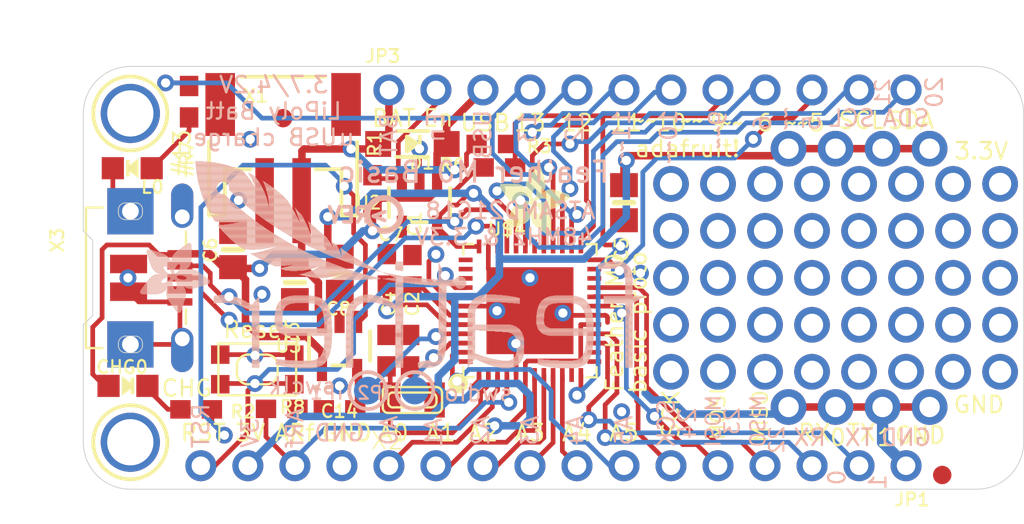
<source format=kicad_pcb>
(kicad_pcb (version 20211014) (generator pcbnew)
  (layers (0 "F.Cu" signal) (31 "B.Cu" signal) (34 "B.Paste" user) (35 "F.Paste" user) (36 "B.SilkS" user "B.Silkscreen") (37 "F.SilkS" user "F.Silkscreen") (38 "B.Mask" user) (39 "F.Mask" user) (44 "Edge.Cuts" user))
  (net 0 "")
  (net 1 "GND")
  (net 2 "MOSI")
  (net 3 "MISO")
  (net 4 "SCK")
  (net 5 "A5")
  (net 6 "A4")
  (net 7 "A3")
  (net 8 "A2")
  (net 9 "A1")
  (net 10 "D11")
  (net 11 "D12")
  (net 12 "+3V3")
  (net 13 "VBUS")
  (net 14 "VBAT")
  (net 15 "N$2")
  (net 16 "AREF")
  (net 17 "D13")
  (net 18 "A0")
  (net 19 "N$1")
  (net 20 "N$3")
  (net 21 "N$4")
  (net 22 "VDDCORE")
  (net 23 "SCL")
  (net 24 "SDA")
  (net 25 "D9")
  (net 26 "D8")
  (net 27 "D7")
  (net 28 "D6")
  (net 29 "D5")
  (net 30 "D4")
  (net 31 "D1")
  (net 32 "D0")
  (net 33 "D10")
  (net 34 "D+")
  (net 35 "D-")
  (net 36 "~{RESET}")
  (net 37 "SWCLK")
  (net 38 "SWDIO")
  (net 39 "N$5")
  (net 40 "N$7")
  (net 41 "EN")
  (net 42 "D3")
  (net 43 "D2")
  (footprint "FIDUCIAL_1MM" (layer "F.Cu") (at 133.8961 96.3676 -90)
    (fp_text reference "U$34" hide)
    (fp_text value "FIDUCIAL\"\"" hide)
  )
  (footprint "0603-NO" (layer "F.Cu") (at 140.7541 108.9406 90)
    (fp_text reference "C2")
    (fp_text value "22pF")
  )
  (footprint "0603-NO" (layer "F.Cu") (at 133.8199 112.089007)
    (fp_text reference "C14")
    (fp_text value "1uF")
  )
  (footprint "CHIPLED_0805_NOOUTLINE" (layer "F.Cu") (at 125.5141 110.8456 -90)
    (fp_text reference "CHG0")
    (fp_text value "ORANGE")
  )
  (footprint "SOD-123" (layer "F.Cu") (at 140.8811 97.7646 180)
    (fp_text reference "D1")
    (fp_text value "MBR120")
  )
  (footprint "0603-NO" (layer "F.Cu") (at 140.8811 104.6226 90)
    (fp_text reference "C1")
    (fp_text value "1uF")
  )
  (footprint "XTAL3215" (layer "F.Cu") (at 140.8811 111.6076)
    (fp_text reference "X2")
    (fp_text value "32.768")
  )
  (footprint "0805-NO" (layer "F.Cu") (at 152.3111 100.9396 -90)
    (fp_text reference "C5")
    (fp_text value "10uF")
  )
  (footprint "1X12_ROUND" (layer "F.Cu") (at 153.5811 94.8436)
    (fp_text reference "JP3")
    (fp_text value "")
  )
  (footprint "MOUNTINGHOLE_2.5_PLATED" (layer "F.Cu") (at 125.6411 96.1136 -90)
    (fp_text reference "U$31" hide)
    (fp_text value "MOUNTINGHOLE2.5" hide)
  )
  (footprint "0805-NO" (layer "F.Cu") (at 131.1891 103.4746 90)
    (fp_text reference "C6")
    (fp_text value "10µF")
  )
  (footprint "4UCONN_20329_V2" (layer "F.Cu") (at 127.5461 105.0036 -90)
    (fp_text reference "X3")
    (fp_text value "microUSB")
    (fp_line (start -3.7 1.25) (end -3.5 1.25) (layer "Edge.Cuts") (width 0.05))
    (fp_line (start -4.05 2.15) (end -4.05 1.6) (layer "Edge.Cuts") (width 0.05))
    (fp_line (start 3.15 2.2) (end 3.15 1.6) (layer "Edge.Cuts") (width 0.05))
    (fp_line (start -3.5 2.55) (end -3.7 2.55) (layer "Edge.Cuts") (width 0.05))
    (fp_line (start -3.15 1.6) (end -3.15 2.15) (layer "Edge.Cuts") (width 0.05))
    (fp_line (start 4.05 1.6) (end 4.05 2.2) (layer "Edge.Cuts") (width 0.05))
    (fp_arc (start -4.05 1.6) (mid -3.947487 1.352513) (end -3.7 1.25) (layer "Edge.Cuts") (width 0.05))
    (fp_arc (start 3.6 1.25) (mid 3.897487 1.331802) (end 4.05 1.6) (layer "Edge.Cuts") (width 0.05))
    (fp_arc (start -3.15 2.15) (mid -3.242157 2.422487) (end -3.5 2.55) (layer "Edge.Cuts") (width 0.05))
    (fp_arc (start -3.7 2.55) (mid -3.957843 2.422487) (end -4.05 2.15) (layer "Edge.Cuts") (width 0.05))
    (fp_arc (start 4.05 2.2) (mid 3.897487 2.468198) (end 3.6 2.55) (layer "Edge.Cuts") (width 0.05))
    (fp_arc (start 3.6 2.55) (mid 3.302513 2.468198) (end 3.15 2.2) (layer "Edge.Cuts") (width 0.05))
    (fp_arc (start 3.15 1.6) (mid 3.302513 1.331802) (end 3.6 1.25) (layer "Edge.Cuts") (width 0.05))
    (fp_arc (start -3.5 1.25) (mid -3.252513 1.352513) (end -3.15 1.6) (layer "Edge.Cuts") (width 0.05))
  )
  (footprint "SOT23-5" (layer "F.Cu") (at 136.9441 108.6866 180)
    (fp_text reference "U3")
    (fp_text value "MCP73831T-2ACI/OT")
  )
  (footprint "CHIPLED_0805_NOOUTLINE" (layer "F.Cu") (at 125.7461 99.0746 90)
    (fp_text reference "L0")
    (fp_text value "RED")
  )
  (footprint "FIDUCIAL_1MM" (layer "F.Cu") (at 169.5033 115.6646 -90)
    (fp_text reference "U$35" hide)
    (fp_text value "FIDUCIAL\"\"" hide)
  )
  (footprint "" (layer "F.Cu") (at 171.3611 96.1136)
    (fp_text reference "@HOLE0" hide)
    (fp_text value "")
  )
  (footprint "ADAFRUIT_3.5MM" (layer "F.Cu") (at 145.5801 102.7176)
    (fp_text reference "U$7" hide)
    (fp_text value "" hide)
  )
  (footprint "0603-NO" (layer "F.Cu") (at 138.7221 100.3046 90)
    (fp_text reference "R1")
    (fp_text value "100k")
  )
  (footprint "SOT23-5" (layer "F.Cu") (at 141.2621 100.9396 180)
    (fp_text reference "U2")
    (fp_text value "SPX3819-3.3")
  )
  (footprint "JSTPH2" (layer "F.Cu") (at 133.8961 97.1296)
    (fp_text reference "X1")
    (fp_text value "JSTPH")
  )
  (footprint "0603-NO" (layer "F.Cu") (at 129.1971 112.1156)
    (fp_text reference "R2")
    (fp_text value "1K")
  )
  (footprint "0805-NO" (layer "F.Cu") (at 134.5311 105.2576 -90)
    (fp_text reference "C3")
    (fp_text value "10µF")
  )
  (footprint "0805-NO" (layer "F.Cu") (at 136.9591 104.8096 -90)
    (fp_text reference "C8")
    (fp_text value "10µF")
  )
  (footprint "1X16_ROUND" (layer "F.Cu") (at 148.5011 115.1636 180)
    (fp_text reference "JP1")
    (fp_text value "")
  )
  (footprint "0603-NO" (layer "F.Cu") (at 139.4841 108.9406 90)
    (fp_text reference "C4")
    (fp_text value "22pF")
  )
  (footprint "TQFN48_7MM" (layer "F.Cu") (at 147.2311 106.7816)
    (fp_text reference "U$4")
    (fp_text value "ATSAMD21G18_QFN")
  )
  (footprint "" (layer "F.Cu") (at 171.3611 113.8936)
    (fp_text reference "@HOLE1" hide)
    (fp_text value "")
  )
  (footprint "KMR2" (layer "F.Cu") (at 132.4991 109.9566 180)
    (fp_text reference "SW1" hide)
    (fp_text value "SPST_TACT-KMR2" hide)
  )
  (footprint "0603-NO" (layer "F.Cu") (at 145.1991 97.7646)
    (fp_text reference "R3")
    (fp_text value "100k")
  )
  (footprint "0603-NO" (layer "F.Cu") (at 136.9441 112.1156 180)
    (fp_text reference "R8")
    (fp_text value "10K\\")
  )
  (footprint "0603-NO" (layer "F.Cu") (at 145.5801 99.0346 180)
    (fp_text reference "R6")
    (fp_text value "100K")
  )
  (footprint "0603-NO" (layer "F.Cu") (at 139.5011 104.5716 90)
    (fp_text reference "C7")
    (fp_text value "1uF")
  )
  (footprint "0603-NO" (layer "F.Cu") (at 128.8161 95.4786 -90)
    (fp_text reference "R7")
    (fp_text value "2.2K")
  )
  (footprint "MOUNTINGHOLE_2.5_PLATED" (layer "F.Cu") (at 125.6411 113.8936 -90)
    (fp_text reference "U$32" hide)
    (fp_text value "MOUNTINGHOLE2.5" hide)
  )
  (footprint "ADAFRUIT_3.5MM" (layer "B.Cu") (at 126.1491 103.0986)
    (fp_text reference "U$12" hide)
    (fp_text value "" hide)
  )
  (footprint "TESTPOINT_ROUND_1.5MM" (layer "B.Cu") (at 141.0081 111.0996 180)
    (fp_text reference "TP2")
    (fp_text value "")
  )
  (footprint "PCBFEAT-REV-040" (layer "B.Cu") (at 139.3571 101.5746 180)
    (fp_text reference "U$13" hide)
    (fp_text value "" hide)
  )
  (footprint "FEATHERLOGO" (layer "B.Cu") (at 153.4541 109.9566 180)
    (fp_text reference "U$9" hide)
    (fp_text value "" hide)
  )
  (footprint "TESTPOINT_ROUND_1.5MM" (layer "B.Cu") (at 138.4681 111.0996 180)
    (fp_text reference "TP1")
    (fp_text value "")
  )
  (gr_line (start 171.3611 93.5736) (end 125.6411 93.5736) (layer "Edge.Cuts") (width 0.05))
  (gr_line (start 123.6091 102.9716) (end 123.6091 107.0356) (layer "Edge.Cuts") (width 0.05))
  (gr_line (start 123.1011 102.4636) (end 123.6091 102.9716) (layer "Edge.Cuts") (width 0.05))
  (gr_line (start 123.6091 107.0356) (end 123.1011 107.5436) (layer "Edge.Cuts") (width 0.05))
  (gr_arc (start 171.3611 93.5736) (mid 173.157151 94.317549) (end 173.9011 96.1136) (layer "Edge.Cuts") (width 0.05))
  (gr_line (start 123.1011 107.5436) (end 123.1011 113.8936) (layer "Edge.Cuts") (width 0.05))
  (gr_line (start 125.6411 116.4336) (end 171.3611 116.4336) (layer "Edge.Cuts") (width 0.05))
  (gr_arc (start 173.9011 113.8936) (mid 173.157151 115.689651) (end 171.3611 116.4336) (layer "Edge.Cuts") (width 0.05))
  (gr_arc (start 125.6411 116.4336) (mid 123.845049 115.689651) (end 123.1011 113.8936) (layer "Edge.Cuts") (width 0.05))
  (gr_line (start 123.1011 96.1136) (end 123.1011 102.4636) (layer "Edge.Cuts") (width 0.05))
  (gr_arc (start 123.1011 96.1136) (mid 123.845049 94.317549) (end 125.6411 93.5736) (layer "Edge.Cuts") (width 0.05))
  (gr_line (start 173.9011 113.8936) (end 173.9011 96.1136) (layer "Edge.Cuts") (width 0.05))
  (gr_text "MOSI" (at 157.1371 112.7506 -270) (layer "B.SilkS") (effects (font (size 0.78232 0.78232) (thickness 0.10668)) (justify mirror)))
  (gr_text "13" (at 147.1041 96.8756 -270) (layer "B.SilkS") (effects (font (size 0.89408 0.89408) (thickness 0.12192)) (justify mirror)))
  (gr_text "swdio" (at 144.4371 111.2266) (layer "B.SilkS") (effects (font (size 0.89408 0.89408) (thickness 0.12192)) (justify mirror)))
  (gr_text "1" (at 166.0271 116.0526 -270) (layer "B.SilkS") (effects (font (size 0.89408 0.89408) (thickness 0.12192)) (justify mirror)))
  (gr_text "11~~" (at 152.1841 97.3836 -270) (layer "B.SilkS") (effects (font (size 0.89408 0.89408) (thickness 0.12192)) (justify mirror)))
  (gr_text "En" (at 142.1511 96.8756 -270) (layer "B.SilkS") (effects (font (size 0.89408 0.89408) (thickness 0.12192)) (justify mirror)))
  (gr_text "BAT" (at 139.6111 97.2566 -270) (layer "B.SilkS") (effects (font (size 0.89408 0.89408) (thickness 0.12192)) (justify mirror)))
  (gr_text "GND" (at 136.9441 113.3856) (layer "B.SilkS") (effects (font (size 0.89408 0.89408) (thickness 0.12192)) (justify mirror)))
  (gr_text "22" (at 160.5661 113.7666 -270) (layer "B.SilkS") (effects (font (size 0.78232 0.78232) (thickness 0.10668)) (justify mirror)))
  (gr_text "5" (at 162.4711 96.6216 -270) (layer "B.SilkS") (effects (font (size 0.89408 0.89408) (thickness 0.12192)) (justify mirror)))
  (gr_text "12" (at 149.6441 96.8756 -270) (layer "B.SilkS") (effects (font (size 0.89408 0.89408) (thickness 0.12192)) (justify mirror)))
  (gr_text "20" (at 169.0751 94.9706 -270) (layer "B.SilkS") (effects (font (size 0.89408 0.89408) (thickness 0.12192)) (justify mirror)))
  (gr_text "RST" (at 129.4511 113.0046 -270) (layer "B.SilkS") (effects (font (size 0.89408 0.89408) (thickness 0.12192)) (justify mirror)))
  (gr_text "A1" (at 142.0241 113.3856 -270) (layer "B.SilkS") (effects (font (size 0.89408 0.89408) (thickness 0.12192)) (justify mirror)))
  (gr_text "USB" (at 144.6911 97.2566 -270) (layer "B.SilkS") (effects (font (size 0.89408 0.89408) (thickness 0.12192)) (justify mirror)))
  (gr_text "9~~" (at 157.3911 97.0026 -270) (layer "B.SilkS") (effects (font (size 0.89408 0.89408) (thickness 0.12192)) (justify mirror)))
  (gr_text "A3" (at 147.2311 113.2586 -270) (layer "B.SilkS") (effects (font (size 0.89408 0.89408) (thickness 0.12192)) (justify mirror)))
  (gr_text "21" (at 166.2811 94.9706 -270) (layer "B.SilkS") (effects (font (size 0.78232 0.78232) (thickness 0.10668)) (justify mirror)))
  (gr_text "SCK" (at 154.5971 112.8776 -270) (layer "B.SilkS") (effects (font (size 0.89408 0.89408) (thickness 0.12192)) (justify mirror)))
  (gr_text "TX" (at 165.0111 113.6396) (layer "B.SilkS") (effects (font (size 0.89408 0.89408) (thickness 0.12192)) (justify mirror)))
  (gr_text "swclk" (at 134.9121 110.8456) (layer "B.SilkS") (effects (font (size 0.89408 0.89408) (thickness 0.12192)) (justify mirror)))
  (gr_text "ATSAMD21G18 \n48MHz & 3.3V" (at 145.8341 102.0826) (layer "B.SilkS") (effects (font (size 0.88392 0.88392) (thickness 0.13208)) (justify mirror)))
  (gr_text "6" (at 159.8041 96.6216 -270) (layer "B.SilkS") (effects (font (size 0.89408 0.89408) (thickness 0.12192)) (justify mirror)))
  (gr_text "~~" (at 161.0741 96.3676 -90) (layer "B.SilkS") (effects (font (size 0.89408 0.89408) (thickness 0.12192)) (justify mirror)))
  (gr_text "Feather M0 Basic" (at 144.1831 99.2886) (layer "B.SilkS") (effects (font (size 1.1049 1.1049) (thickness 0.1651)) (justify mirror)))
  (gr_text "A5" (at 152.3111 113.2586 -270) (layer "B.SilkS") (effects (font (size 0.89408 0.89408) (thickness 0.12192)) (justify mirror)))
  (gr_text "A4" (at 149.6441 113.2586 -270) (layer "B.SilkS") (effects (font (size 0.89408 0.89408) (thickness 0.12192)) (justify mirror)))
  (gr_text "A0" (at 139.6111 113.2586 -270) (layer "B.SilkS") (effects (font (size 0.89408 0.89408) (thickness 0.12192)) (justify mirror)))
  (gr_text "RX" (at 162.3441 113.6396) (layer "B.SilkS") (effects (font (size 0.89408 0.89408) (thickness 0.12192)) (justify mirror)))
  (gr_text "3.7/4.2V\nLiPoly Batt\nµUSB charge" (at 133.3881 95.9866) (layer "B.SilkS") (effects (font (size 0.88392 0.88392) (thickness 0.13208)) (justify mirror)))
  (gr_text "24" (at 155.7401 112.8776 -270) (layer "B.SilkS") (effects (font (size 0.89408 0.89408) (thickness 0.12192)) (justify mirror)))
  (gr_text "SDA" (at 167.5511 96.3676) (layer "B.SilkS") (effects (font (size 0.89408 0.89408) (thickness 0.12192)) (justify mirror)))
  (gr_text "A2" (at 144.5641 113.2586 -270) (layer "B.SilkS") (effects (font (size 0.89408 0.89408) (thickness 0.12192)) (justify mirror)))
  (gr_text "3V" (at 132.1181 113.3856 -270) (layer "B.SilkS") (effects (font (size 0.89408 0.89408) (thickness 0.12192)) (justify mirror)))
  (gr_text "MISO" (at 159.5501 112.7506 -270) (layer "B.SilkS") (effects (font (size 0.78232 0.78232) (thickness 0.10668)) (justify mirror)))
  (gr_text "0" (at 163.7411 115.7986 -90) (layer "B.SilkS") (effects (font (size 0.89408 0.89408) (thickness 0.12192)) (justify mirror)))
  (gr_text "GND" (at 167.5511 113.6396) (layer "B.SilkS") (effects (font (size 0.89408 0.89408) (thickness 0.12192)) (justify mirror)))
  (gr_text "10~~" (at 154.7241 97.3836 -270) (layer "B.SilkS") (effects (font (size 0.89408 0.89408) (thickness 0.12192)) (justify mirror)))
  (gr_text "ARf" (at 134.5311 113.1316 -270) (layer "B.SilkS") (effects (font (size 0.89408 0.89408) (thickness 0.12192)) (justify mirror)))
  (gr_text "23" (at 158.1531 112.7506 -270) (layer "B.SilkS") (effects (font (size 0.78232 0.78232) (thickness 0.10668)) (justify mirror)))
  (gr_text "SCL" (at 164.6301 96.3676) (layer "B.SilkS") (effects (font (size 0.89408 0.89408) (thickness 0.12192)) (justify mirror)))
  (gr_text "#13" (at 128.4351 98.2726 90) (layer "F.SilkS") (effects (font (size 0.89408 0.89408) (thickness 0.12192))))
  (gr_text "13" (at 147.2311 96.6216) (layer "F.SilkS") (effects (font (size 0.89408 0.89408) (thickness 0.12192))))
  (gr_text "~~" (at 155.9941 96.4946) (layer "F.SilkS") (effects (font (size 0.89408 0.89408) (thickness 0.12192))))
  (gr_text "GND" (at 171.4881 111.8616) (layer "F.SilkS") (effects (font (size 0.89408 0.89408) (thickness 0.12192))))
  (gr_text "GND" (at 168.3131 113.5126) (layer "F.SilkS") (effects (font (size 0.89408 0.89408) (thickness 0.12192))))
  (gr_text "SDA" (at 167.8051 96.4946) (layer "F.SilkS") (effects (font (size 0.89408 0.89408) (thickness 0.12192))))
  (gr_text "~~" (at 153.4541 96.4946) (layer "F.SilkS") (effects (font (size 0.89408 0.89408) (thickness 0.12192))))
  (gr_text "basic proto" (at 153.0731 107.4166 90) (layer "F.SilkS") (effects (font (size 0.89408 0.89408) (thickness 0.12192))))
  (gr_text "SCK" (at 154.8511 112.3696 90) (layer "F.SilkS") (effects (font (size 0.89408 0.89408) (thickness 0.12192))))
  (gr_text "Reset" (at 132.4991 107.7976) (layer "F.SilkS") (effects (font (size 0.89408 0.89408) (thickness 0.12192))))
  (gr_text "CHG" (at 128.6891 110.9726) (layer "F.SilkS") (effects (font (size 0.89408 0.89408) (thickness 0.12192))))
  (gr_text "11" (at 152.4381 96.6216) (layer "F.SilkS") (effects (font (size 0.89408 0.89408) (thickness 0.12192))))
  (gr_text "0" (at 163.8681 113.6396) (layer "F.SilkS") (effects (font (size 0.89408 0.89408) (thickness 0.12192))))
  (gr_text "RX" (at 162.5981 113.3856) (layer "F.SilkS") (effects (font (size 0.89408 0.89408) (thickness 0.12192))))
  (gr_text "~~5" (at 162.0901 96.6216) (layer "F.SilkS") (effects (font (size 0.89408 0.89408) (thickness 0.12192))))
  (gr_text "9" (at 157.3911 96.6216) (layer "F.SilkS") (effects (font (size 0.89408 0.89408) (thickness 0.12192))))
  (gr_text "A3" (at 147.2311 113.3856) (layer "F.SilkS") (effects (font (size 0.89408 0.89408) (thickness 0.12192))))
  (gr_text "3V" (at 132.1181 113.3856) (layer "F.SilkS") (effects (font (size 0.89408 0.89408) (thickness 0.12192))))
  (gr_text "BAT" (at 139.8651 96.3676) (layer "F.SilkS") (effects (font (size 0.89408 0.89408) (thickness 0.12192))))
  (gr_text "~~" (at 158.1531 96.6216) (layer "F.SilkS") (effects (font (size 0.89408 0.89408) (thickness 0.12192))))
  (gr_text "Feather M0" (at 151.8031 107.4166 90) (layer "F.SilkS") (effects (font (size 0.89408 0.89408) (thickness 0.12192))))
  (gr_text "10" (at 154.8511 96.6216) (layer "F.SilkS") (effects (font (size 0.89408 0.89408) (thickness 0.12192))))
  (gr_text "GND" (at 137.3251 113.3856) (layer "F.SilkS") (effects (font (size 0.89408 0.89408) (thickness 0.12192))))
  (gr_text "6" (at 159.9311 96.6216) (layer "F.SilkS") (effects (font (size 0.89408 0.89408) (thickness 0.12192))))
  (gr_text "RST" (at 129.5781 113.3856) (layer "F.SilkS") (effects (font (size 0.89408 0.89408) (thickness 0.12192))))
  (gr_text "A0" (at 139.8651 113.3856) (layer "F.SilkS") (effects (font (size 0.89408 0.89408) (thickness 0.12192))))
  (gr_text "TX" (at 165.1381 113.3856) (layer "F.SilkS") (effects (font (size 0.89408 0.89408) (thickness 0.12192))))
  (gr_text "adafruit!" (at 155.7401 98.0186) (layer "F.SilkS") (effects (font (size 0.89408 0.89408) (thickness 0.12192))))
  (gr_text "A2" (at 144.6911 113.3856) (layer "F.SilkS") (effects (font (size 0.89408 0.89408) (thickness 0.12192))))
  (gr_text "MISO" (at 159.6771 112.4966 90) (layer "F.SilkS") (effects (font (size 0.78232 0.78232) (thickness 0.10668))))
  (gr_text "En" (at 142.2781 96.3676) (layer "F.SilkS") (effects (font (size 0.89408 0.89408) (thickness 0.12192))))
  (gr_text "USB" (at 144.8181 96.6216) (layer "F.SilkS") (effects (font (size 0.89408 0.89408) (thickness 0.12192))))
  (gr_text "ARf" (at 134.5311 113.3856) (layer "F.SilkS") (effects (font (size 0.89408 0.89408) (thickness 0.12192))))
  (gr_text "12" (at 149.7711 96.6216) (layer "F.SilkS") (effects (font (size 0.89408 0.89408) (thickness 0.12192))))
  (gr_text "SCL" (at 165.1381 96.4946) (layer "F.SilkS") (effects (font (size 0.89408 0.89408) (thickness 0.12192))))
  (gr_text "A5" (at 152.3111 113.3856) (layer "F.SilkS") (effects (font (size 0.89408 0.89408) (thickness 0.12192))))
  (gr_text "3.3V" (at 171.6151 98.1456) (layer "F.SilkS") (effects (font (size 0.89408 0.89408) (thickness 0.12192))))
  (gr_text "1" (at 166.4081 113.6396) (layer "F.SilkS") (effects (font (size 0.89408 0.89408) (thickness 0.12192))))
  (gr_text "A1" (at 142.4051 113.3856) (layer "F.SilkS") (effects (font (size 0.89408 0.89408) (thickness 0.12192))))
  (gr_text "MOSI" (at 157.3911 112.3696 90) (layer "F.SilkS") (effects (font (size 0.78232 0.78232) (thickness 0.10668))))
  (gr_text "A4" (at 149.7711 113.3856) (layer "F.SilkS") (effects (font (size 0.89408 0.89408) (thickness 0.12192))))
  (via (at 159.9311 102.4636) (size 1.9304) (drill 1.2) (layers "F.Cu" "B.Cu") (net 0))
  (via (at 157.3911 105.0036) (size 1.9304) (drill 1.2) (layers "F.Cu" "B.Cu") (net 0))
  (via (at 154.8511 99.9236) (size 1.9304) (drill 1.2) (layers "F.Cu" "B.Cu") (net 0))
  (via (at 172.6311 110.0836) (size 1.9304) (drill 1.2) (layers "F.Cu" "B.Cu") (net 0))
  (via (at 165.0111 99.9236) (size 1.9304) (drill 1.2) (layers "F.Cu" "B.Cu") (net 0))
  (via (at 159.9311 105.0036) (size 1.9304) (drill 1.2) (layers "F.Cu" "B.Cu") (net 0))
  (via (at 167.5511 99.9236) (size 1.9304) (drill 1.2) (layers "F.Cu" "B.Cu") (net 0))
  (via (at 154.8511 110.0836) (size 1.9304) (drill 1.2) (layers "F.Cu" "B.Cu") (net 0))
  (via (at 165.0111 102.4636) (size 1.9304) (drill 1.2) (layers "F.Cu" "B.Cu") (net 0))
  (via (at 154.8511 102.4636) (size 1.9304) (drill 1.2) (layers "F.Cu" "B.Cu") (net 0))
  (via (at 167.5511 102.4636) (size 1.9304) (drill 1.2) (layers "F.Cu" "B.Cu") (net 0))
  (via (at 157.3911 110.0836) (size 1.9304) (drill 1.2) (layers "F.Cu" "B.Cu") (net 0))
  (via (at 172.6311 105.0036) (size 1.9304) (drill 1.2) (layers "F.Cu" "B.Cu") (net 0))
  (via (at 165.0111 107.5436) (size 1.9304) (drill 1.2) (layers "F.Cu" "B.Cu") (net 0))
  (via (at 170.0911 99.9236) (size 1.9304) (drill 1.2) (layers "F.Cu" "B.Cu") (net 0))
  (via (at 170.0911 110.0836) (size 1.9304) (drill 1.2) (layers "F.Cu" "B.Cu") (net 0))
  (via (at 172.6311 99.9236) (size 1.9304) (drill 1.2) (layers "F.Cu" "B.Cu") (net 0))
  (via (at 157.3911 99.9236) (size 1.9304) (drill 1.2) (layers "F.Cu" "B.Cu") (net 0))
  (via (at 154.8511 107.5436) (size 1.9304) (drill 1.2) (layers "F.Cu" "B.Cu") (net 0))
  (via (at 159.9311 110.0836) (size 1.9304) (drill 1.2) (layers "F.Cu" "B.Cu") (net 0))
  (via (at 167.5511 105.0036) (size 1.9304) (drill 1.2) (layers "F.Cu" "B.Cu") (net 0))
  (via (at 167.5511 110.0836) (size 1.9304) (drill 1.2) (layers "F.Cu" "B.Cu") (net 0))
  (via (at 167.5511 107.5436) (size 1.9304) (drill 1.2) (layers "F.Cu" "B.Cu") (net 0))
  (via (at 170.0911 105.0036) (size 1.9304) (drill 1.2) (layers "F.Cu" "B.Cu") (net 0))
  (via (at 157.3911 102.4636) (size 1.9304) (drill 1.2) (layers "F.Cu" "B.Cu") (net 0))
  (via (at 162.4711 107.5436) (size 1.9304) (drill 1.2) (layers "F.Cu" "B.Cu") (net 0))
  (via (at 172.6311 107.5436) (size 1.9304) (drill 1.2) (layers "F.Cu" "B.Cu") (net 0))
  (via (at 162.4711 110.0836) (size 1.9304) (drill 1.2) (layers "F.Cu" "B.Cu") (net 0))
  (via (at 165.0111 105.0036) (size 1.9304) (drill 1.2) (layers "F.Cu" "B.Cu") (net 0))
  (via (at 154.8511 105.0036) (size 1.9304) (drill 1.2) (layers "F.Cu" "B.Cu") (net 0))
  (via (at 162.4711 99.9236) (size 1.9304) (drill 1.2) (layers "F.Cu" "B.Cu") (net 0))
  (via (at 159.9311 99.9236) (size 1.9304) (drill 1.2) (layers "F.Cu" "B.Cu") (net 0))
  (via (at 162.4711 102.4636) (size 1.9304) (drill 1.2) (layers "F.Cu" "B.Cu") (net 0))
  (via (at 165.0111 110.0836) (size 1.9304) (drill 1.2) (layers "F.Cu" "B.Cu") (net 0))
  (via (at 172.6311 102.4636) (size 1.9304) (drill 1.2) (layers "F.Cu" "B.Cu") (net 0))
  (via (at 170.0911 102.4636) (size 1.9304) (drill 1.2) (layers "F.Cu" "B.Cu") (net 0))
  (via (at 162.4711 105.0036) (size 1.9304) (drill 1.2) (layers "F.Cu" "B.Cu") (net 0))
  (via (at 159.9311 107.5436) (size 1.9304) (drill 1.2) (layers "F.Cu" "B.Cu") (net 0))
  (via (at 157.3911 107.5436) (size 1.9304) (drill 1.2) (layers "F.Cu" "B.Cu") (net 0))
  (via (at 170.0911 107.5436) (size 1.9304) (drill 1.2) (layers "F.Cu" "B.Cu") (net 0))
  (segment (start 151.4221 107.1626) (end 151.4221 107.4166) (width 0.254) (layer "F.Cu") (net 1))
  (segment (start 150.7061 107.0316) (end 147.4811 107.0316) (width 0.254) (layer "F.Cu") (net 1))
  (segment (start 146.4811 107.5316) (end 146.4691 107.5436) (width 0.254) (layer "F.Cu") (net 1))
  (segment (start 141.7701 104.1146) (end 142.1511 103.7336) (width 0.254) (layer "F.Cu") (net 1))
  (segment (start 128.3211 106.3036) (end 126.0961 106.3036) (width 0.254) (layer "F.Cu") (net 1))
  (segment (start 124.6961 99.0746) (end 124.6961 101.4036) (width 0.254) (layer "F.Cu") (net 1))
  (segment (start 146.4691 107.5436) (end 146.4691 108.5596) (width 0.254) (layer "F.Cu") (net 1))
  (segment (start 161.2011 111.9886) (end 163.7411 111.9886) (width 0.4064) (layer "F.Cu") (net 1))
  (segment (start 147.4811 107.0316) (end 147.2311 106.7816) (width 0.254) (layer "F.Cu") (net 1))
  (segment (start 137.0711 105.7596) (end 136.9591 105.7596) (width 0.254) (layer "F.Cu") (net 1))
  (segment (start 151.2911 107.0316) (end 151.2951 107.0356) (width 0.254) (layer "F.Cu") (net 1))
  (segment (start 130.4991 109.1566) (end 134.4991 109.1566) (width 0.254) (layer "F.Cu") (net 1))
  (segment (start 144.7301 99.0346) (end 144.4371 99.0346) (width 0.254) (layer "F.Cu") (net 1))
  (segment (start 144.9811 104.5316) (end 147.2311 106.7816) (width 0.254) (layer "F.Cu") (net 1))
  (segment (start 141.2621 99.6395) (end 141.2621 98.3996) (width 0.254) (layer "F.Cu") (net 1))
  (segment (start 128.3211 106.3036) (end 128.3211 108.1786) (width 0.254) (layer "F.Cu") (net 1))
  (segment (start 151.404549 107.0971) (end 151.4221 107.1626) (width 0.254) (layer "F.Cu") (net 1))
  (segment (start 143.1671 100.3046) (end 143.0401 100.3046) (width 0.254) (layer "F.Cu") (net 1))
  (segment (start 146.4811 107.5316) (end 147.2311 106.7816) (width 0.254) (layer "F.Cu") (net 1))
  (segment (start 146.4811 110.2566) (end 146.4811 107.5316) (width 0.254) (layer "F.Cu") (net 1))
  (segment (start 126.0961 106.3036) (end 125.5461 105.7536) (width 0.254) (layer "F.Cu") (net 1))
  (segment (start 151.3566 107.049151) (end 151.404549 107.0971) (width 0.254) (layer "F.Cu") (net 1))
  (segment (start 141.7701 105.1306) (end 141.7701 104.1146) (width 0.254) (layer "F.Cu") (net 1))
  (segment (start 128.3211 108.1786) (end 128.4461 108.3036) (width 0.254) (layer "F.Cu") (net 1))
  (segment (start 124.6961 101.4036) (end 125.6461 101.4036) (width 0.254) (layer "F.Cu") (net 1))
  (segment (start 163.7411 111.9886) (end 166.2811 111.9886) (width 0.4064) (layer "F.Cu") (net 1))
  (segment (start 166.2811 111.9886) (end 168.8211 111.9886) (width 0.4064) (layer "F.Cu") (net 1))
  (segment (start 144.4371 99.0346) (end 143.1671 100.3046) (width 0.254) (layer "F.Cu") (net 1))
  (segment (start 134.4991 109.1566) (end 134.6201 109.1566) (width 0.254) (layer "F.Cu") (net 1))
  (segment (start 125.6461 108.6036) (end 128.1461 108.6036) (width 0.254) (layer "F.Cu") (net 1))
  (segment (start 143.1711 106.5316) (end 141.7701 105.1306) (width 0.254) (layer "F.Cu") (net 1))
  (segment (start 143.7561 106.5316) (end 143.1711 106.5316) (width 0.254) (layer "F.Cu") (net 1))
  (segment (start 146.9811 106.5316) (end 147.2311 106.7816) (width 0.254) (layer "F.Cu") (net 1))
  (segment (start 143.7561 106.5316) (end 146.9811 106.5316) (width 0.254) (layer "F.Cu") (net 1))
  (segment (start 128.1461 108.6036) (end 128.4461 108.3036) (width 0.254) (layer "F.Cu") (net 1))
  (segment (start 150.7061 107.0316) (end 151.2911 107.0316) (width 0.254) (layer "F.Cu") (net 1))
  (segment (start 144.9811 103.3066) (end 144.9811 104.5316) (width 0.254) (layer "F.Cu") (net 1))
  (segment (start 140.7541 108.0906) (end 139.4841 108.0906) (width 0.254) (layer "F.Cu") (net 1))
  (segment (start 151.2911 107.0316) (end 151.2911 107.0316) (width 0.254) (layer "F.Cu") (net 1))
  (segment (start 151.2911 107.0316) (end 151.3566 107.049151) (width 0.254) (layer "F.Cu") (net 1))
  (via (at 131.4831 100.8126) (size 0.9064) (drill 0.5) (layers "F.Cu" "B.Cu") (net 1))
  (via (at 166.2811 111.9886) (size 1.9304) (drill 1.1) (layers "F.Cu" "B.Cu") (net 1))
  (via (at 136.9441 110.8456) (size 0.9064) (drill 0.5) (layers "F.Cu" "B.Cu") (net 1))
  (via (at 146.4691 108.5596) (size 0.9064) (drill 0.5) (layers "F.Cu" "B.Cu") (net 1))
  (via (at 142.1511 103.7336) (size 0.9064) (drill 0.5) (layers "F.Cu" "B.Cu") (net 1))
  (via (at 147.2311 105.0036) (size 0.9064) (drill 0.5) (layers "F.Cu" "B.Cu") (net 1))
  (via (at 161.2011 111.9886) (size 1.9304) (drill 1.1) (layers "F.Cu" "B.Cu") (net 1))
  (via (at 163.7411 111.9886) (size 1.9304) (drill 1.1) (layers "F.Cu" "B.Cu") (net 1))
  (via (at 141.2621 98.0186) (size 0.9064) (drill 0.5) (layers "F.Cu" "B.Cu") (net 1))
  (via (at 125.5141 105.0036) (size 0.9064) (drill 0.5) (layers "F.Cu" "B.Cu") (net 1))
  (via (at 132.1181 97.5106) (size 0.9064) (drill 0.5) (layers "F.Cu" "B.Cu") (net 1))
  (via (at 132.3721 109.1946) (size 0.9064) (drill 0.5) (layers "F.Cu" "B.Cu") (net 1))
  (via (at 152.1841 112.2426) (size 0.9064) (drill 0.5) (layers "F.Cu" "B.Cu") (net 1))
  (via (at 168.8211 111.9886) (size 1.9304) (drill 1.1) (layers "F.Cu" "B.Cu") (net 1))
  (via (at 132.7531 105.8926) (size 0.9064) (drill 0.5) (layers "F.Cu" "B.Cu") (net 1))
  (via (at 145.4531 106.7816) (size 0.9064) (drill 0.5) (layers "F.Cu" "B.Cu") (net 1))
  (via (at 153.2001 104.7496) (size 0.9064) (drill 0.5) (layers "F.Cu" "B.Cu") (net 1))
  (via (at 149.0091 106.9086) (size 0.9064) (drill 0.5) (layers "F.Cu" "B.Cu") (net 1))
  (segment (start 167.5511 115.1636) (end 166.2811 113.8936) (width 0.6096) (layer "B.Cu") (net 1))
  (segment (start 154.8511 111.6076) (end 155.6131 112.3696) (width 0.4064) (layer "B.Cu") (net 1))
  (segment (start 153.8351 111.6076) (end 153.4541 111.2266) (width 0.4064) (layer "B.Cu") (net 1))
  (segment (start 155.6131 112.3696) (end 160.8201 112.3696) (width 0.4064) (layer "B.Cu") (net 1))
  (segment (start 153.8351 111.6076) (end 154.8511 111.6076) (width 0.4064) (layer "B.Cu") (net 1))
  (segment (start 160.8201 112.3696) (end 161.2011 111.9886) (width 0.4064) (layer "B.Cu") (net 1))
  (segment (start 166.2811 113.8936) (end 166.2811 111.9886) (width 0.6096) (layer "B.Cu") (net 1))
  (segment (start 156.2481 114.0206) (end 155.4861 114.0206) (width 0.254) (layer "F.Cu") (net 2))
  (segment (start 157.3911 115.1636) (end 156.2481 114.0206) (width 0.254) (layer "F.Cu") (net 2))
  (segment (start 155.4861 114.0206) (end 153.9621 112.4966) (width 0.254) (layer "F.Cu") (net 2))
  (segment (start 151.8071 106.5316) (end 152.1841 106.9086) (width 0.254) (layer "F.Cu") (net 2))
  (segment (start 150.7061 106.5316) (end 151.8071 106.5316) (width 0.254) (layer "F.Cu") (net 2))
  (via (at 152.1841 106.9086) (size 0.9064) (drill 0.5) (layers "F.Cu" "B.Cu") (net 2))
  (via (at 153.9621 112.4966) (size 0.9064) (drill 0.5) (layers "F.Cu" "B.Cu") (net 2))
  (segment (start 152.1841 106.9086) (end 152.4381 107.1626) (width 0.254) (layer "B.Cu") (net 2))
  (segment (start 152.4381 110.9726) (end 153.9621 112.4966) (width 0.254) (layer "B.Cu") (net 2))
  (segment (start 152.4381 107.1626) (end 152.4381 110.9726) (width 0.254) (layer "B.Cu") (net 2))
  (segment (start 153.1185 105.5316) (end 153.5303 105.9434) (width 0.254) (layer "F.Cu") (net 3))
  (segment (start 157.2641 113.8936) (end 158.6611 113.8936) (width 0.254) (layer "F.Cu") (net 3))
  (segment (start 153.5303 110.8964) (end 156.0195 113.3856) (width 0.254) (layer "F.Cu") (net 3))
  (segment (start 156.2481 113.3856) (end 156.7561 113.3856) (width 0.254) (layer "F.Cu") (net 3))
  (segment (start 155.9941 113.3856) (end 156.0195 113.3856) (width 0.254) (layer "F.Cu") (net 3))
  (segment (start 150.7061 105.5316) (end 153.1185 105.5316) (width 0.254) (layer "F.Cu") (net 3))
  (segment (start 156.7561 113.3856) (end 157.2641 113.8936) (width 0.254) (layer "F.Cu") (net 3))
  (segment (start 153.5303 110.8964) (end 153.5303 105.9434) (width 0.254) (layer "F.Cu") (net 3))
  (segment (start 156.0195 113.3856) (end 156.2481 113.3856) (width 0.254) (layer "F.Cu") (net 3))
  (segment (start 158.6611 113.8936) (end 159.9311 115.1636) (width 0.254) (layer "F.Cu") (net 3))
  (segment (start 152.9969 111.6584) (end 153.0731 111.7346) (width 0.254) (layer "F.Cu") (net 4))
  (segment (start 152.9969 106.1974) (end 152.8191 106.0196) (width 0.254) (layer "F.Cu") (net 4))
  (segment (start 153.0731 111.7346) (end 153.0731 113.3856) (width 0.254) (layer "F.Cu") (net 4))
  (segment (start 152.9969 106.1974) (end 152.9969 111.6584) (width 0.254) (layer "F.Cu") (net 4))
  (segment (start 150.7181 106.0196) (end 150.7061 106.0316) (width 0.254) (layer "F.Cu") (net 4))
  (segment (start 152.8191 106.0196) (end 150.7181 106.0196) (width 0.254) (layer "F.Cu") (net 4))
  (segment (start 153.0731 113.3856) (end 154.8511 115.1636) (width 0.254) (layer "F.Cu") (net 4))
  (segment (start 143.7561 109.0316) (end 143.2031 109.0316) (width 0.254) (layer "F.Cu") (net 5))
  (segment (start 143.2031 109.0316) (end 143.0401 109.1946) (width 0.254) (layer "F.Cu") (net 5))
  (segment (start 143.0401 109.1946) (end 143.0401 110.3376) (width 0.254) (layer "F.Cu") (net 5))
  (segment (start 143.0401 110.3376) (end 143.2941 110.5916) (width 0.254) (layer "F.Cu") (net 5))
  (via (at 143.2941 110.5916) (size 0.9064) (drill 0.5) (layers "F.Cu" "B.Cu") (net 5))
  (segment (start 148.3741 112.6236) (end 149.6441 113.8936) (width 0.254) (layer "B.Cu") (net 5))
  (segment (start 143.2941 110.5916) (end 143.9291 109.9566) (width 0.254) (layer "B.Cu") (net 5))
  (segment (start 150.2791 113.8936) (end 151.5491 115.1636) (width 0.254) (layer "B.Cu") (net 5))
  (segment (start 148.3741 111.0996) (end 148.3741 112.6236) (width 0.254) (layer "B.Cu") (net 5))
  (segment (start 149.6441 113.8936) (end 150.2791 113.8936) (width 0.254) (layer "B.Cu") (net 5))
  (segment (start 151.5491 115.1636) (end 152.3111 115.1636) (width 0.254) (layer "B.Cu") (net 5))
  (segment (start 147.2311 109.9566) (end 148.3741 111.0996) (width 0.254) (layer "B.Cu") (net 5))
  (segment (start 143.9291 109.9566) (end 147.2311 109.9566) (width 0.254) (layer "B.Cu") (net 5))
  (segment (start 148.9811 110.2566) (end 148.9811 114.3736) (width 0.254) (layer "F.Cu") (net 6))
  (segment (start 148.9811 114.3736) (end 149.7711 115.1636) (width 0.254) (layer "F.Cu") (net 6))
  (segment (start 148.4811 113.9136) (end 147.2311 115.1636) (width 0.254) (layer "F.Cu") (net 7))
  (segment (start 148.4811 110.2566) (end 148.4811 113.9136) (width 0.254) (layer "F.Cu") (net 7))
  (segment (start 145.4531 115.1636) (end 144.6911 115.1636) (width 0.254) (layer "F.Cu") (net 8))
  (segment (start 147.9811 113.6516) (end 147.7391 113.8936) (width 0.254) (layer "F.Cu") (net 8))
  (segment (start 144.9451 115.1636) (end 144.6911 115.1636) (width 0.254) (layer "F.Cu") (net 8))
  (segment (start 147.7391 113.8936) (end 146.7231 113.8936) (width 0.254) (layer "F.Cu") (net 8))
  (segment (start 147.9811 110.2566) (end 147.9811 113.6516) (width 0.254) (layer "F.Cu") (net 8))
  (segment (start 146.7231 113.8936) (end 145.4531 115.1636) (width 0.254) (layer "F.Cu") (net 8))
  (segment (start 145.9611 113.8936) (end 144.1831 113.8936) (width 0.254) (layer "F.Cu") (net 9))
  (segment (start 142.9131 115.1636) (end 142.1511 115.1636) (width 0.254) (layer "F.Cu") (net 9))
  (segment (start 144.1831 113.8936) (end 142.9131 115.1636) (width 0.254) (layer "F.Cu") (net 9))
  (segment (start 147.4811 112.1196) (end 147.4851 112.1236) (width 0.254) (layer "F.Cu") (net 9))
  (segment (start 147.4851 113.2586) (end 146.5961 113.2586) (width 0.254) (layer "F.Cu") (net 9))
  (segment (start 147.4811 110.2566) (end 147.4811 112.1196) (width 0.254) (layer "F.Cu") (net 9))
  (segment (start 147.4851 112.1236) (end 147.4851 113.2586) (width 0.254) (layer "F.Cu") (net 9))
  (segment (start 146.5961 113.2586) (end 145.9611 113.8936) (width 0.254) (layer "F.Cu") (net 9))
  (segment (start 150.2791 100.8126) (end 150.6601 101.1936) (width 0.254) (layer "F.Cu") (net 10))
  (segment (start 149.9811 102.8886) (end 150.6601 102.2096) (width 0.254) (layer "F.Cu") (net 10))
  (segment (start 150.2791 96.8756) (end 150.1521 96.7486) (width 0.254) (layer "F.Cu") (net 10))
  (segment (start 147.7391 96.7486) (end 147.3581 97.1296) (width 0.254) (layer "F.Cu") (net 10))
  (segment (start 150.6601 102.2096) (end 150.6601 101.1936) (width 0.254) (layer "F.Cu") (net 10))
  (segment (start 150.1521 96.7486) (end 147.7391 96.7486) (width 0.254) (layer "F.Cu") (net 10))
  (segment (start 150.2791 100.8126) (end 150.2791 96.8756) (width 0.254) (layer "F.Cu") (net 10))
  (segment (start 149.9811 103.3066) (end 149.9811 102.8886) (width 0.254) (layer "F.Cu") (net 10))
  (via (at 147.3581 97.1296) (size 0.9064) (drill 0.5) (layers "F.Cu" "B.Cu") (net 10))
  (segment (start 149.0091 96.1136) (end 150.4061 96.1136) (width 0.254) (layer "B.Cu") (net 10))
  (segment (start 147.3581 97.1296) (end 147.7391 96.7486) (width 0.254) (layer "B.Cu") (net 10))
  (segment (start 150.4061 96.1136) (end 151.6761 94.8436) (width 0.254) (layer "B.Cu") (net 10))
  (segment (start 151.6761 94.8436) (end 152.3111 94.8436) (width 0.254) (layer "B.Cu") (net 10))
  (segment (start 148.3741 96.7486) (end 149.0091 96.1136) (width 0.254) (layer "B.Cu") (net 10))
  (segment (start 147.7391 96.7486) (end 148.3741 96.7486) (width 0.254) (layer "B.Cu") (net 10))
  (segment (start 148.4811 103.3066) (end 148.4811 99.2686) (width 0.254) (layer "F.Cu") (net 11))
  (segment (start 148.4811 99.2686) (end 148.2471 99.0346) (width 0.254) (layer "F.Cu") (net 11))
  (via (at 148.2471 99.0346) (size 0.9064) (drill 0.5) (layers "F.Cu" "B.Cu") (net 11))
  (segment (start 149.2631 94.8436) (end 147.8661 96.2406) (width 0.254) (layer "B.Cu") (net 11))
  (segment (start 147.2311 98.9076) (end 148.1201 98.9076) (width 0.254) (layer "B.Cu") (net 11))
  (segment (start 149.7711 94.8436) (end 149.2631 94.8436) (width 0.254) (layer "B.Cu") (net 11))
  (segment (start 148.1201 98.9076) (end 148.2471 99.0346) (width 0.254) (layer "B.Cu") (net 11))
  (segment (start 146.4691 96.6216) (end 146.4691 98.1456) (width 0.254) (layer "B.Cu") (net 11))
  (segment (start 146.8501 96.2406) (end 146.4691 96.6216) (width 0.254) (layer "B.Cu") (net 11))
  (segment (start 146.4691 98.1456) (end 147.2311 98.9076) (width 0.254) (layer "B.Cu") (net 11))
  (segment (start 147.8661 96.2406) (end 146.8501 96.2406) (width 0.254) (layer "B.Cu") (net 11))
  (segment (start 161.2011 98.0186) (end 160.9471 98.2726) (width 0.4064) (layer "F.Cu") (net 12))
  (segment (start 139.4841 105.4386) (end 139.5011 105.4216) (width 0.4064) (layer "F.Cu") (net 12))
  (segment (start 150.7061 107.5316) (end 149.9743 107.5316) (width 0.254) (layer "F.Cu") (net 12))
  (segment (start 152.3111 98.7806) (end 152.3111 99.9896) (width 0.4064) (layer "F.Cu") (net 12))
  (segment (start 143.7561 107.5316) (end 142.7285 107.5316) (width 0.254) (layer "F.Cu") (net 12))
  (segment (start 146.0881 113.0046) (end 145.3261 113.0046) (width 0.254) (layer "F.Cu") (net 12))
  (segment (start 139.6746 106.4641) (end 139.5011 106.2906) (width 0.254) (layer "F.Cu") (net 12))
  (segment (start 142.2121 101.7676) (end 142.9131 101.0666) (width 0.254) (layer "F.Cu") (net 12))
  (segment (start 139.5011 106.2906) (end 139.5011 105.4216) (width 0.254) (layer "F.Cu") (net 12))
  (segment (start 143.2941 101.0666) (end 143.9291 100.4316) (width 0.254) (layer "F.Cu") (net 12))
  (segment (start 146.9811 110.2566) (end 146.9811 112.1116) (width 0.254) (layer "F.Cu") (net 12))
  (segment (start 149.9743 107.5316) (end 149.9743 109.4994) (width 0.254) (layer "F.Cu") (net 12))
  (segment (start 142.9131 101.0666) (end 143.2941 101.0666) (width 0.254) (layer "F.Cu") (net 12))
  (segment (start 146.9811 110.2566) (end 146.9811 109.6224) (width 0.254) (layer "F.Cu") (net 12))
  (segment (start 160.6931 98.0186) (end 161.2011 98.0186) (width 0.4064) (layer "F.Cu") (net 12))
  (segment (start 143.9291 100.4316) (end 144.1831 100.4316) (width 0.254) (layer "F.Cu") (net 12))
  (segment (start 142.7285 107.5316) (end 141.661 106.4641) (width 0.254) (layer "F.Cu") (net 12))
  (segment (start 139.5011 106.3985) (end 139.5011 105.4216) (width 0.254) (layer "F.Cu") (net 12))
  (segment (start 163.7411 98.0186) (end 166.2811 98.0186) (width 0.4064) (layer "F.Cu") (net 12))
  (segment (start 166.2811 98.0186) (end 168.8211 98.0186) (width 0.4064) (layer "F.Cu") (net 12))
  (segment (start 152.4381 98.6536) (end 152.4381 98.3996) (width 0.4064) (layer "F.Cu") (net 12))
  (segment (start 143.279 103.3066) (end 142.2121 102.2397) (width 0.254) (layer "F.Cu") (net 12))
  (segment (start 146.9811 112.1116) (end 146.0881 113.0046) (width 0.254) (layer "F.Cu") (net 12))
  (segment (start 152.4381 98.6536) (end 152.3111 98.7806) (width 0.4064) (layer "F.Cu") (net 12))
  (segment (start 152.4381 98.3996) (end 160.3121 98.3996) (width 0.4064) (layer "F.Cu") (net 12))
  (segment (start 139.4841 105.4386) (end 139.4841 106.7816) (width 0.4064) (layer "F.Cu") (net 12))
  (segment (start 146.9811 109.6224) (end 147.1041 109.4994) (width 0.254) (layer "F.Cu") (net 12))
  (segment (start 161.2011 98.0186) (end 163.7411 98.0186) (width 0.4064) (layer "F.Cu") (net 12))
  (segment (start 144.4811 103.3066) (end 143.279 103.3066) (width 0.254) (layer "F.Cu") (net 12))
  (segment (start 136.3091 101.7016) (end 136.3091 103.2096) (width 0.4064) (layer "F.Cu") (net 12))
  (segment (start 141.661 106.4641) (end 139.6746 106.4641) (width 0.254) (layer "F.Cu") (net 12))
  (segment (start 136.3091 103.2096) (end 136.9591 103.8596) (width 0.4064) (layer "F.Cu") (net 12))
  (segment (start 149.9743 109.4994) (end 147.1041 109.4994) (width 0.254) (layer "F.Cu") (net 12))
  (segment (start 142.2121 102.2397) (end 142.2121 101.7676) (width 0.254) (layer "F.Cu") (net 12))
  (segment (start 160.3121 98.3996) (end 160.6931 98.0186) (width 0.4064) (layer "F.Cu") (net 12))
  (via (at 144.1831 100.4316) (size 0.9064) (drill 0.5) (layers "F.Cu" "B.Cu") (net 12))
  (via (at 163.7411 98.0186) (size 1.9304) (drill 1.1) (layers "F.Cu" "B.Cu") (net 12))
  (via (at 136.3091 101.7016) (size 0.9064) (drill 0.5) (layers "F.Cu" "B.Cu") (net 12))
  (via (at 168.8211 98.0186) (size 1.9304) (drill 1.1) (layers "F.Cu" "B.Cu") (net 12))
  (via (at 152.4381 98.6536) (size 0.9064) (drill 0.5) (layers "F.Cu" "B.Cu") (net 12))
  (via (at 139.4841 106.7816) (size 0.9064) (drill 0.5) (layers "F.Cu" "B.Cu") (net 12))
  (via (at 161.2011 98.0186) (size 1.9304) (drill 1.1) (layers "F.Cu" "B.Cu") (net 12))
  (via (at 166.2811 98.0186) (size 1.9304) (drill 1.1) (layers "F.Cu" "B.Cu") (net 12))
  (via (at 145.3261 113.0046) (size 0.9064) (drill 0.5) (layers "F.Cu" "B.Cu") (net 12))
  (segment (start 145.5801 103.8606) (end 145.7071 103.9876) (width 0.4064) (layer "B.Cu") (net 12))
  (segment (start 142.2781 110.9726) (end 142.7861 111.4806) (width 0.4064) (layer "B.Cu") (net 12))
  (segment (start 131.9911 115.1636) (end 134.6581 112.4966) (width 0.4064) (layer "B.Cu") (net 12))
  (segment (start 143.1671 106.0196) (end 140.3731 106.0196) (width 0.4064) (layer "B.Cu") (net 12))
  (segment (start 143.1671 109.4486) (end 142.2781 110.3376) (width 0.4064) (layer "B.Cu") (net 12))
  (segment (start 139.4841 106.9086) (end 139.4841 106.7816) (width 0.4064) (layer "B.Cu") (net 12))
  (segment (start 142.2781 110.3376) (end 142.2781 110.9726) (width 0.4064) (layer "B.Cu") (net 12))
  (segment (start 134.6581 112.4966) (end 141.8971 112.4966) (width 0.4064) (layer "B.Cu") (net 12))
  (segment (start 147.2311 111.3496) (end 147.2311 112.6236) (width 0.4064) (layer "B.Cu") (net 12))
  (segment (start 142.7861 111.4806) (end 142.9131 111.6076) (width 0.4064) (layer "B.Cu") (net 12))
  (segment (start 145.5801 101.7016) (end 145.5801 103.8606) (width 0.4064) (layer "B.Cu") (net 12))
  (segment (start 144.4371 106.0196) (end 143.1671 106.0196) (width 0.4064) (layer "B.Cu") (net 12))
  (segment (start 137.4521 101.7016) (end 136.3091 101.7016) (width 0.4064) (layer "B.Cu") (net 12))
  (segment (start 137.4521 101.7016) (end 138.7221 100.4316) (width 0.4064) (layer "B.Cu") (net 12))
  (segment (start 152.4381 101.7016) (end 152.4381 98.6536) (width 0.4064) (layer "B.Cu") (net 12))
  (segment (start 143.1671 106.0196) (end 143.1671 109.4486) (width 0.4064) (layer "B.Cu") (net 12))
  (segment (start 141.8971 112.4966) (end 142.7861 111.6076) (width 0.4064) (layer "B.Cu") (net 12))
  (segment (start 144.3101 100.4316) (end 145.5801 101.7016) (width 0.4064) (layer "B.Cu") (net 12))
  (segment (start 150.1521 103.9876) (end 152.4381 101.7016) (width 0.4064) (layer "B.Cu") (net 12))
  (segment (start 146.8501 113.0046) (end 145.3261 113.0046) (width 0.4064) (layer "B.Cu") (net 12))
  (segment (start 142.9131 111.6076) (end 143.6751 111.6076) (width 0.4064) (layer "B.Cu") (net 12))
  (segment (start 144.3101 100.4316) (end 144.1831 100.4316) (width 0.254) (layer "B.Cu") (net 12))
  (segment (start 147.2311 112.6236) (end 146.8501 113.0046) (width 0.4064) (layer "B.Cu") (net 12))
  (segment (start 146.6001 110.7186) (end 147.2311 111.3496) (width 0.4064) (layer "B.Cu") (net 12))
  (segment (start 145.7071 103.9876) (end 150.1521 103.9876) (width 0.4064) (layer "B.Cu") (net 12))
  (segment (start 140.3731 106.0196) (end 139.4841 106.9086) (width 0.4064) (layer "B.Cu") (net 12))
  (segment (start 143.6751 111.6076) (end 144.5641 110.7186) (width 0.4064) (layer "B.Cu") (net 12))
  (segment (start 145.5801 103.8606) (end 145.5801 104.8766) (width 0.4064) (layer "B.Cu") (net 12))
  (segment (start 145.5801 104.8766) (end 144.4371 106.0196) (width 0.4064) (layer "B.Cu") (net 12))
  (segment (start 144.5641 110.7186) (end 146.6001 110.7186) (width 0.4064) (layer "B.Cu") (net 12))
  (segment (start 142.7861 111.6076) (end 142.7861 111.4806) (width 0.4064) (layer "B.Cu") (net 12))
  (segment (start 138.7221 100.4316) (end 144.1831 100.4316) (width 0.4064) (layer "B.Cu") (net 12))
  (segment (start 123.6091 110.2106) (end 123.6091 107.6706) (width 0.254) (layer "F.Cu") (net 13))
  (segment (start 142.7311 97.7646) (end 142.7311 96.8036) (width 0.4064) (layer "F.Cu") (net 13))
  (segment (start 124.2441 110.8456) (end 123.6091 110.2106) (width 0.254) (layer "F.Cu") (net 13))
  (segment (start 124.3711 103.2256) (end 126.6571 103.2256) (width 0.254) (layer "F.Cu") (net 13))
  (segment (start 138.7221 101.1546) (end 138.7221 102.4636) (width 0.4064) (layer "F.Cu") (net 13))
  (segment (start 126.6571 103.2256) (end 127.1651 103.7336) (width 0.254) (layer "F.Cu") (net 13))
  (segment (start 131.8641 107.4166) (end 132.6261 108.1786) (width 0.4064) (layer "F.Cu") (net 13))
  (segment (start 131.8641 107.4166) (end 131.8641 105.0996) (width 0.4064) (layer "F.Cu") (net 13))
  (segment (start 138.7221 101.1546) (end 139.1911 100.6856) (width 0.4064) (layer "F.Cu") (net 13))
  (segment (start 142.2121 98.2836) (end 142.2121 99.6395) (width 0.4064) (layer "F.Cu") (net 13))
  (segment (start 128.2911 103.7336) (end 128.3211 103.7036) (width 0.254) (layer "F.Cu") (net 13))
  (segment (start 131.2601 104.4956) (end 132.6261 104.4956) (width 0.4064) (layer "F.Cu") (net 13))
  (segment (start 124.1171 103.4796) (end 124.3711 103.2256) (width 0.254) (layer "F.Cu") (net 13))
  (segment (start 142.7311 97.7646) (end 142.2121 98.2836) (width 0.4064) (layer "F.Cu") (net 13))
  (segment (start 135.9941 109.0066) (end 135.9941 109.9867) (width 0.4064) (layer "F.Cu") (net 13))
  (segment (start 124.1171 107.1626) (end 124.1171 103.4796) (width 0.254) (layer "F.Cu") (net 13))
  (segment (start 130.6501 104.4246) (end 131.1891 104.4246) (width 0.254) (layer "F.Cu") (net 13))
  (segment (start 141.7701 100.6856) (end 142.2121 100.2436) (width 0.4064) (layer "F.Cu") (net 13))
  (segment (start 127.1651 103.7336) (end 128.2911 103.7336) (width 0.254) (layer "F.Cu") (net 13))
  (segment (start 142.7311 96.8036) (end 144.6911 94.8436) (width 0.4064) (layer "F.Cu") (net 13))
  (segment (start 142.2121 100.2436) (end 142.2121 99.6395) (width 0.4064) (layer "F.Cu") (net 13))
  (segment (start 123.6091 107.6706) (end 124.1171 107.1626) (width 0.254) (layer "F.Cu") (net 13))
  (segment (start 128.3211 103.7036) (end 129.9291 103.7036) (width 0.4064) (layer "F.Cu") (net 13))
  (segment (start 131.8641 105.0996) (end 131.1891 104.4246) (width 0.4064) (layer "F.Cu") (net 13))
  (segment (start 131.1891 104.4246) (end 131.2601 104.4956) (width 0.254) (layer "F.Cu") (net 13))
  (segment (start 129.9291 103.7036) (end 130.6501 104.4246) (width 0.4064) (layer "F.Cu") (net 13))
  (segment (start 132.6261 108.1786) (end 135.1661 108.1786) (width 0.4064) (layer "F.Cu") (net 13))
  (segment (start 135.1661 108.1786) (end 135.9941 109.0066) (width 0.4064) (layer "F.Cu") (net 13))
  (segment (start 124.4641 110.8456) (end 124.2441 110.8456) (width 0.254) (layer "F.Cu") (net 13))
  (segment (start 139.1911 100.6856) (end 141.7701 100.6856) (width 0.4064) (layer "F.Cu") (net 13))
  (via (at 138.7221 102.4636) (size 0.9064) (drill 0.5) (layers "F.Cu" "B.Cu") (net 13))
  (via (at 132.6261 104.4956) (size 0.9064) (drill 0.5) (layers "F.Cu" "B.Cu") (net 13))
  (segment (start 138.2141 102.4636) (end 138.7221 102.4636) (width 0.4064) (layer "B.Cu") (net 13))
  (segment (start 132.6261 104.4956) (end 133.3881 103.7336) (width 0.4064) (layer "B.Cu") (net 13))
  (segment (start 136.9441 103.7336) (end 138.2141 102.4636) (width 0.4064) (layer "B.Cu") (net 13))
  (segment (start 133.3881 103.7336) (end 136.9441 103.7336) (width 0.4064) (layer "B.Cu") (net 13))
  (segment (start 135.9941 106.9746) (end 135.9941 107.3865) (width 0.4064) (layer "F.Cu") (net 14))
  (segment (start 134.9121 100.8136) (end 134.9121 98.1456) (width 0.4064) (layer "F.Cu") (net 14))
  (segment (start 135.8011 105.2576) (end 134.8511 104.3076) (width 0.4064) (layer "F.Cu") (net 14))
  (segment (start 139.0311 97.7646) (end 138.762318 98.033382) (width 0.4064) (layer "F.Cu") (net 14))
  (segment (start 143.8021 98.9076) (end 143.5481 99.1616) (width 0.254) (layer "F.Cu") (net 14))
  (segment (start 135.8011 106.7816) (end 135.9941 106.9746) (width 0.4064) (layer "F.Cu") (net 14))
  (segment (start 143.5481 99.1616) (end 143.1671 99.1616) (width 0.254) (layer "F.Cu") (net 14))
  (segment (start 134.8961 103.9426) (end 134.5311 104.3076) (width 0.254) (layer "F.Cu") (net 14))
  (segment (start 134.8511 104.3076) (end 134.5311 104.3076) (width 0.4064) (layer "F.Cu") (net 14))
  (segment (start 139.6111 94.8436) (end 139.6111 97.1846) (width 0.4064) (layer "F.Cu") (net 14))
  (segment (start 138.762318 98.033382) (end 137.565318 98.033382) (width 0.4064) (layer "F.Cu") (net 14))
  (segment (start 135.024318 98.033382) (end 137.565318 98.033382) (width 0.4064) (layer "F.Cu") (net 14))
  (segment (start 143.8021 98.3116) (end 144.3491 97.7646) (width 0.254) (layer "F.Cu") (net 14))
  (segment (start 134.8961 100.8296) (end 134.8961 103.9426) (width 0.4064) (layer "F.Cu") (net 14))
  (segment (start 134.9121 98.1456) (end 135.024318 98.033382) (width 0.4064) (layer "F.Cu") (net 14))
  (segment (start 143.8021 98.9076) (end 143.8021 98.3116) (width 0.254) (layer "F.Cu") (net 14))
  (segment (start 134.8961 100.8296) (end 134.9121 100.8136) (width 0.254) (layer "F.Cu") (net 14))
  (segment (start 139.6111 97.1846) (end 139.0311 97.7646) (width 0.4064) (layer "F.Cu") (net 14))
  (segment (start 135.8011 105.2576) (end 135.8011 106.7816) (width 0.4064) (layer "F.Cu") (net 14))
  (via (at 137.565318 98.033382) (size 0.9064) (drill 0.5) (layers "F.Cu" "B.Cu") (net 14))
  (via (at 143.1671 99.1616) (size 0.9064) (drill 0.5) (layers "F.Cu" "B.Cu") (net 14))
  (segment (start 138.693537 99.1616) (end 137.565318 98.033382) (width 0.4064) (layer "B.Cu") (net 14))
  (segment (start 143.1671 99.1616) (end 138.693537 99.1616) (width 0.4064) (layer "B.Cu") (net 14))
  (segment (start 126.7961 99.0746) (end 128.8161 97.0546) (width 0.254) (layer "F.Cu") (net 15))
  (segment (start 128.8161 97.0546) (end 128.8161 96.3286) (width 0.254) (layer "F.Cu") (net 15))
  (segment (start 145.9811 110.2566) (end 145.9811 111.6276) (width 0.254) (layer "F.Cu") (net 16))
  (segment (start 132.9699 113.6024) (end 132.9699 112.089007) (width 0.254) (layer "F.Cu") (net 16))
  (segment (start 145.9811 111.6276) (end 146.0881 111.7346) (width 0.254) (layer "F.Cu") (net 16))
  (segment (start 132.9699 113.6024) (end 134.5311 115.1636) (width 0.254) (layer "F.Cu") (net 16))
  (via (at 146.0881 111.7346) (size 0.9064) (drill 0.5) (layers "F.Cu" "B.Cu") (net 16))
  (segment (start 136.1821 113.1316) (end 134.5311 114.7826) (width 0.254) (layer "B.Cu") (net 16))
  (segment (start 134.5311 114.7826) (end 134.5311 115.1636) (width 0.254) (layer "B.Cu") (net 16))
  (segment (start 143.4211 113.1316) (end 136.1821 113.1316) (width 0.254) (layer "B.Cu") (net 16))
  (segment (start 144.8181 111.7346) (end 143.4211 113.1316) (width 0.254) (layer "B.Cu") (net 16))
  (segment (start 134.5311 114.6556) (end 134.5311 115.1636) (width 0.254) (layer "B.Cu") (net 16))
  (segment (start 146.0881 111.7346) (end 144.8181 111.7346) (width 0.254) (layer "B.Cu") (net 16))
  (segment (start 128.8161 94.6286) (end 128.6501 94.4626) (width 0.254) (layer "F.Cu") (net 17))
  (segment (start 149.4811 103.3066) (end 149.4811 101.8646) (width 0.254) (layer "F.Cu") (net 17))
  (segment (start 128.6501 94.4626) (end 127.5461 94.4626) (width 0.254) (layer "F.Cu") (net 17))
  (segment (start 149.4811 101.8646) (end 149.7711 101.5746) (width 0.254) (layer "F.Cu") (net 17))
  (via (at 127.5461 94.4626) (size 0.9064) (drill 0.5) (layers "F.Cu" "B.Cu") (net 17))
  (via (at 149.7711 101.5746) (size 0.9064) (drill 0.5) (layers "F.Cu" "B.Cu") (net 17))
  (segment (start 132.7531 96.3676) (end 130.8481 94.4626) (width 0.254) (layer "B.Cu") (net 17))
  (segment (start 147.3581 99.4156) (end 146.3421 99.4156) (width 0.254) (layer "B.Cu") (net 17))
  (segment (start 145.1991 98.2726) (end 145.1991 96.3676) (width 0.254) (layer "B.Cu") (net 17))
  (segment (start 130.8481 94.4626) (end 127.5461 94.4626) (width 0.254) (layer "B.Cu") (net 17))
  (segment (start 145.1991 96.3676) (end 146.7231 94.8436) (width 0.254) (layer "B.Cu") (net 17))
  (segment (start 149.7711 101.5746) (end 149.5171 101.5746) (width 0.254) (layer "B.Cu") (net 17))
  (segment (start 132.7531 96.3676) (end 145.1991 96.3676) (width 0.254) (layer "B.Cu") (net 17))
  (segment (start 146.7231 94.8436) (end 147.2311 94.8436) (width 0.254) (layer "B.Cu") (net 17))
  (segment (start 149.5171 101.5746) (end 147.3581 99.4156) (width 0.254) (layer "B.Cu") (net 17))
  (segment (start 146.3421 99.4156) (end 145.1991 98.2726) (width 0.254) (layer "B.Cu") (net 17))
  (segment (start 140.8811 113.8936) (end 139.6111 115.1636) (width 0.254) (layer "F.Cu") (net 18))
  (segment (start 143.2941 113.8936) (end 140.8811 113.8936) (width 0.254) (layer "F.Cu") (net 18))
  (segment (start 145.4811 110.2566) (end 145.4811 111.0716) (width 0.254) (layer "F.Cu") (net 18))
  (segment (start 145.4811 111.0716) (end 145.1991 111.3536) (width 0.254) (layer "F.Cu") (net 18))
  (segment (start 145.1991 111.3536) (end 145.1991 111.9886) (width 0.254) (layer "F.Cu") (net 18))
  (segment (start 145.1991 111.9886) (end 143.2941 113.8936) (width 0.254) (layer "F.Cu") (net 18))
  (segment (start 126.5641 110.8456) (end 126.5641 111.0066) (width 0.254) (layer "F.Cu") (net 19))
  (segment (start 126.5641 111.0066) (end 127.6731 112.1156) (width 0.254) (layer "F.Cu") (net 19))
  (segment (start 127.6731 112.1156) (end 128.3471 112.1156) (width 0.254) (layer "F.Cu") (net 19))
  (segment (start 137.8941 107.3865) (end 137.9902 107.3865) (width 0.254) (layer "F.Cu") (net 20))
  (segment (start 138.3411 107.0356) (end 138.3411 103.2256) (width 0.254) (layer "F.Cu") (net 20))
  (segment (start 130.0471 112.1156) (end 130.0471 112.8386) (width 0.254) (layer "F.Cu") (net 20))
  (segment (start 137.9902 107.3865) (end 138.3411 107.0356) (width 0.254) (layer "F.Cu") (net 20))
  (segment (start 130.0471 112.8386) (end 130.7211 113.5126) (width 0.254) (layer "F.Cu") (net 20))
  (segment (start 138.3411 103.2256) (end 137.7061 102.5906) (width 0.254) (layer "F.Cu") (net 20))
  (segment (start 137.7061 102.5906) (end 137.7061 100.5586) (width 0.254) (layer "F.Cu") (net 20))
  (segment (start 137.7061 100.5586) (end 137.1981 100.0506) (width 0.254) (layer "F.Cu") (net 20))
  (via (at 130.7211 113.5126) (size 0.9064) (drill 0.5) (layers "F.Cu" "B.Cu") (net 20))
  (via (at 137.1981 100.0506) (size 0.9064) (drill 0.5) (layers "F.Cu" "B.Cu") (net 20))
  (segment (start 131.7371 98.9076) (end 129.4511 101.1936) (width 0.254) (layer "B.Cu") (net 20))
  (segment (start 129.4511 101.1936) (end 129.4511 112.2426) (width 0.254) (layer "B.Cu") (net 20))
  (segment (start 136.1821 98.9076) (end 131.7371 98.9076) (width 0.254) (layer "B.Cu") (net 20))
  (segment (start 129.4511 112.2426) (end 130.7211 113.5126) (width 0.254) (layer "B.Cu") (net 20))
  (segment (start 136.1821 98.9076) (end 137.1981 99.9236) (width 0.254) (layer "B.Cu") (net 20))
  (segment (start 137.1981 99.9236) (end 137.1981 100.0506) (width 0.254) (layer "B.Cu") (net 20))
  (segment (start 137.8941 109.9867) (end 137.8941 112.0156) (width 0.254) (layer "F.Cu") (net 21))
  (segment (start 137.8941 112.0156) (end 137.7941 112.1156) (width 0.254) (layer "F.Cu") (net 21))
  (segment (start 141.3541 105.4726) (end 140.8811 105.4726) (width 0.254) (layer "F.Cu") (net 22))
  (segment (start 143.7561 107.0316) (end 142.9131 107.0316) (width 0.254) (layer "F.Cu") (net 22))
  (segment (start 142.9131 107.0316) (end 141.3541 105.4726) (width 0.254) (layer "F.Cu") (net 22))
  (segment (start 145.4531 100.8126) (end 145.4531 100.3046) (width 0.254) (layer "F.Cu") (net 23))
  (segment (start 146.4811 101.8406) (end 145.4531 100.8126) (width 0.254) (layer "F.Cu") (net 23))
  (segment (start 145.4531 100.4316) (end 145.4531 100.3046) (width 0.254) (layer "F.Cu") (net 23))
  (segment (start 146.4811 103.3066) (end 146.4811 101.8406) (width 0.254) (layer "F.Cu") (net 23))
  (via (at 145.4531 100.3046) (size 0.9064) (drill 0.5) (layers "F.Cu" "B.Cu") (net 23))
  (segment (start 158.6611 96.1136) (end 163.1061 96.1136) (width 0.254) (layer "B.Cu") (net 23))
  (segment (start 145.8341 99.9236) (end 145.4531 100.3046) (width 0.254) (layer "B.Cu") (net 23))
  (segment (start 147.1041 99.9236) (end 145.8341 99.9236) (width 0.254) (layer "B.Cu") (net 23))
  (segment (start 147.9931 100.8126) (end 147.1041 99.9236) (width 0.254) (layer "B.Cu") (net 23))
  (segment (start 150.6601 98.1456) (end 150.6601 101.9556) (width 0.254) (layer "B.Cu") (net 23))
  (segment (start 158.1531 96.6216) (end 158.6611 96.1136) (width 0.254) (layer "B.Cu") (net 23))
  (segment (start 164.3761 94.8436) (end 165.0111 94.8436) (width 0.254) (layer "B.Cu") (net 23))
  (segment (start 151.6761 97.1296) (end 153.4541 97.1296) (width 0.254) (layer "B.Cu") (net 23))
  (segment (start 147.9931 102.5906) (end 147.9931 100.8126) (width 0.254) (layer "B.Cu") (net 23))
  (segment (start 151.6761 97.1296) (end 150.6601 98.1456) (width 0.254) (layer "B.Cu") (net 23))
  (segment (start 163.1061 96.1136) (end 164.3761 94.8436) (width 0.254) (layer "B.Cu") (net 23))
  (segment (start 150.6601 101.9556) (end 150.0251 102.5906) (width 0.254) (layer "B.Cu") (net 23))
  (segment (start 153.4541 97.1296) (end 153.9621 96.6216) (width 0.254) (layer "B.Cu") (net 23))
  (segment (start 153.9621 96.6216) (end 158.1531 96.6216) (width 0.254) (layer "B.Cu") (net 23))
  (segment (start 150.0251 102.5906) (end 147.9931 102.5906) (width 0.254) (layer "B.Cu") (net 23))
  (segment (start 146.9811 101.0706) (end 146.7231 100.8126) (width 0.254) (layer "F.Cu") (net 24))
  (segment (start 146.9811 103.3066) (end 146.9811 101.0706) (width 0.254) (layer "F.Cu") (net 24))
  (via (at 146.7231 100.8126) (size 0.9064) (drill 0.5) (layers "F.Cu" "B.Cu") (net 24))
  (segment (start 151.1681 102.2096) (end 150.0251 103.3526) (width 0.254) (layer "B.Cu") (net 24))
  (segment (start 158.9151 96.6216) (end 163.4871 96.6216) (width 0.254) (layer "B.Cu") (net 24))
  (segment (start 151.9301 97.6376) (end 153.7081 97.6376) (width 0.254) (layer "B.Cu") (net 24))
  (segment (start 163.4871 96.6216) (end 164.0586 96.0501) (width 0.254) (layer "B.Cu") (net 24))
  (segment (start 147.7391 103.3526) (end 147.1041 102.7176) (width 0.254) (layer "B.Cu") (net 24))
  (segment (start 150.0251 103.3526) (end 147.7391 103.3526) (width 0.254) (layer "B.Cu") (net 24))
  (segment (start 153.7081 97.6376) (end 154.2161 97.1296) (width 0.254) (layer "B.Cu") (net 24))
  (segment (start 158.4071 97.1296) (end 158.9151 96.6216) (width 0.254) (layer "B.Cu") (net 24))
  (segment (start 164.0586 96.0501) (end 166.3446 96.0501) (width 0.254) (layer "B.Cu") (net 24))
  (segment (start 154.2161 97.1296) (end 158.4071 97.1296) (width 0.254) (layer "B.Cu") (net 24))
  (segment (start 147.1041 102.7176) (end 147.1041 101.1936) (width 0.254) (layer "B.Cu") (net 24))
  (segment (start 151.1681 98.3996) (end 151.9301 97.6376) (width 0.254) (layer "B.Cu") (net 24))
  (segment (start 166.3446 96.0501) (end 167.5511 94.8436) (width 0.254) (layer "B.Cu") (net 24))
  (segment (start 151.1681 98.3996) (end 151.1681 102.2096) (width 0.254) (layer "B.Cu") (net 24))
  (segment (start 147.1041 101.1936) (end 146.7231 100.8126) (width 0.254) (layer "B.Cu") (net 24))
  (segment (start 157.3911 95.6056) (end 157.3911 94.8436) (width 0.254) (layer "F.Cu") (net 25))
  (segment (start 151.1681 103.0986) (end 151.2951 103.2256) (width 0.254) (layer "F.Cu") (net 25))
  (segment (start 151.2951 103.2256) (end 152.0571 103.2256) (width 0.254) (layer "F.Cu") (net 25))
  (segment (start 146.4301 96.6606) (end 146.8501 96.2406) (width 0.254) (layer "F.Cu") (net 25))
  (segment (start 149.9811 111.1436) (end 149.7711 111.3536) (width 0.254) (layer "F.Cu") (net 25))
  (segment (start 152.0571 103.2256) (end 152.1206 103.2891) (width 0.254) (layer "F.Cu") (net 25))
  (segment (start 146.4301 97.7646) (end 146.4301 99.0346) (width 0.254) (layer "F.Cu") (net 25))
  (segment (start 156.7561 96.2406) (end 157.3911 95.6056) (width 0.254) (layer "F.Cu") (net 25))
  (segment (start 146.4301 97.7646) (end 146.4301 96.6606) (width 0.254) (layer "F.Cu") (net 25))
  (segment (start 149.9811 110.2566) (end 149.9811 111.1436) (width 0.254) (layer "F.Cu") (net 25))
  (segment (start 146.0491 97.7646) (end 146.4301 97.7646) (width 0.254) (layer "F.Cu") (net 25))
  (segment (start 151.1681 96.2406) (end 156.7561 96.2406) (width 0.254) (layer "F.Cu") (net 25))
  (segment (start 151.1681 96.2406) (end 151.1681 103.0986) (width 0.254) (layer "F.Cu") (net 25))
  (segment (start 146.8501 96.2406) (end 151.1681 96.2406) (width 0.254) (layer "F.Cu") (net 25))
  (via (at 149.7711 111.3536) (size 0.9064) (drill 0.5) (layers "F.Cu" "B.Cu") (net 25))
  (via (at 152.1206 103.2891) (size 0.9064) (drill 0.5) (layers "F.Cu" "B.Cu") (net 25))
  (segment (start 150.9141 110.2106) (end 149.7711 111.3536) (width 0.254) (layer "B.Cu") (net 25))
  (segment (start 150.9141 104.4956) (end 150.9141 110.2106) (width 0.254) (layer "B.Cu") (net 25))
  (segment (start 150.9141 104.4956) (end 152.1206 103.2891) (width 0.254) (layer "B.Cu") (net 25))
  (segment (start 147.9931 97.7646) (end 149.3901 97.7646) (width 0.254) (layer "F.Cu") (net 28))
  (segment (start 147.3581 98.3996) (end 147.9931 97.7646) (width 0.254) (layer "F.Cu") (net 28))
  (segment (start 147.9811 100.0386) (end 147.3581 99.4156) (width 0.254) (layer "F.Cu") (net 28))
  (segment (start 147.3581 99.4156) (end 147.3581 98.3996) (width 0.254) (layer "F.Cu") (net 28))
  (segment (start 147.9811 103.3066) (end 147.9811 100.0386) (width 0.254) (layer "F.Cu") (net 28))
  (via (at 149.3901 97.7646) (size 0.9064) (drill 0.5) (layers "F.Cu" "B.Cu") (net 28))
  (segment (start 151.4221 96.6216) (end 150.4061 97.6376) (width 0.254) (layer "B.Cu") (net 28))
  (segment (start 153.2001 96.6216) (end 151.4221 96.6216) (width 0.254) (layer "B.Cu") (net 28))
  (segment (start 149.5171 97.6376) (end 149.3901 97.7646) (width 0.254) (layer "B.Cu") (net 28))
  (segment (start 159.1691 94.8436) (end 157.8991 96.1136) (width 0.254) (layer "B.Cu") (net 28))
  (segment (start 157.8991 96.1136) (end 153.7081 96.1136) (width 0.254) (layer "B.Cu") (net 28))
  (segment (start 159.1691 94.8436) (end 159.9311 94.8436) (width 0.254) (layer "B.Cu") (net 28))
  (segment (start 150.4061 97.6376) (end 149.5171 97.6376) (width 0.254) (layer "B.Cu") (net 28))
  (segment (start 153.7081 96.1136) (end 153.2001 96.6216) (width 0.254) (layer "B.Cu") (net 28))
  (segment (start 162.4711 95.3516) (end 162.4711 94.8436) (width 0.254) (layer "F.Cu") (net 29))
  (segment (start 161.4551 96.3676) (end 162.4711 95.3516) (width 0.254) (layer "F.Cu") (net 29))
  (segment (start 160.4391 96.3676) (end 161.4551 96.3676) (width 0.254) (layer "F.Cu") (net 29))
  (segment (start 150.7061 104.0316) (end 151.4661 104.0316) (width 0.254) (layer "F.Cu") (net 29))
  (segment (start 159.2961 97.5106) (end 160.4391 96.3676) (width 0.254) (layer "F.Cu") (net 29))
  (segment (start 151.4661 104.0316) (end 152.0571 104.6226) (width 0.254) (layer "F.Cu") (net 29))
  (via (at 152.0571 104.6226) (size 0.9064) (drill 0.5) (layers "F.Cu" "B.Cu") (net 29))
  (via (at 159.2961 97.5106) (size 0.9064) (drill 0.5) (layers "F.Cu" "B.Cu") (net 29))
  (segment (start 153.3271 99.2886) (end 154.0891 98.5266) (width 0.254) (layer "B.Cu") (net 29))
  (segment (start 154.0891 98.5266) (end 158.2801 98.5266) (width 0.254) (layer "B.Cu") (net 29))
  (segment (start 152.0571 104.6226) (end 151.9301 104.6226) (width 0.254) (layer "B.Cu") (net 29))
  (segment (start 151.9301 104.6226) (end 153.3271 103.2256) (width 0.254) (layer "B.Cu") (net 29))
  (segment (start 158.2801 98.5266) (end 159.2961 97.5106) (width 0.254) (layer "B.Cu") (net 29))
  (segment (start 153.3271 103.2256) (end 153.3271 99.2886) (width 0.254) (layer "B.Cu") (net 29))
  (segment (start 151.2671 108.5316) (end 151.4221 108.6866) (width 0.254) (layer "F.Cu") (net 31))
  (segment (start 151.4221 110.9726) (end 150.4061 111.9886) (width 0.254) (layer "F.Cu") (net 31))
  (segment (start 150.4061 111.9886) (end 150.4061 112.6744) (width 0.254) (layer "F.Cu") (net 31))
  (segment (start 151.4221 108.6866) (end 151.4221 110.9726) (width 0.254) (layer "F.Cu") (net 31))
  (segment (start 150.7061 108.5316) (end 151.2671 108.5316) (width 0.254) (layer "F.Cu") (net 31))
  (via (at 150.4061 112.6744) (size 0.9064) (drill 0.5) (layers "F.Cu" "B.Cu") (net 31))
  (segment (start 152.1841 113.3856) (end 151.5491 112.7506) (width 0.254) (layer "B.Cu") (net 31))
  (segment (start 163.2331 113.3856) (end 152.1841 113.3856) (width 0.254) (layer "B.Cu") (net 31))
  (segment (start 150.4061 112.7506) (end 150.4061 112.6744) (width 0.254) (layer "B.Cu") (net 31))
  (segment (start 151.5491 112.7506) (end 150.4061 112.7506) (width 0.254) (layer "B.Cu") (net 31))
  (segment (start 163.2331 113.3856) (end 165.0111 115.1636) (width 0.254) (layer "B.Cu") (net 31))
  (segment (start 151.5291 108.0316) (end 151.9301 108.4326) (width 0.254) (layer "F.Cu") (net 32))
  (segment (start 151.2951 111.8616) (end 151.2951 113.6396) (width 0.254) (layer "F.Cu") (net 32))
  (segment (start 151.9301 108.4326) (end 151.9301 111.2266) (width 0.254) (layer "F.Cu") (net 32))
  (segment (start 151.9301 111.2266) (end 151.2951 111.8616) (width 0.254) (layer "F.Cu") (net 32))
  (segment (start 150.7061 108.0316) (end 151.5291 108.0316) (width 0.254) (layer "F.Cu") (net 32))
  (via (at 151.2951 113.6396) (size 0.9064) (drill 0.5) (layers "F.Cu" "B.Cu") (net 32))
  (segment (start 161.2011 113.8936) (end 162.4711 115.1636) (width 0.254) (layer "B.Cu") (net 32))
  (segment (start 151.5491 113.8936) (end 161.2011 113.8936) (width 0.254) (layer "B.Cu") (net 32))
  (segment (start 151.2951 113.6396) (end 151.5491 113.8936) (width 0.254) (layer "B.Cu") (net 32))
  (segment (start 148.9811 103.3066) (end 148.9811 100.5866) (width 0.254) (layer "F.Cu") (net 33))
  (segment (start 148.9811 100.5866) (end 149.3901 100.1776) (width 0.254) (layer "F.Cu") (net 33))
  (via (at 149.3901 100.1776) (size 0.9064) (drill 0.5) (layers "F.Cu" "B.Cu") (net 33))
  (segment (start 149.3901 99.0346) (end 148.5011 98.1456) (width 0.254) (layer "B.Cu") (net 33))
  (segment (start 149.3901 100.1776) (end 149.3901 99.0346) (width 0.254) (layer "B.Cu") (net 33))
  (segment (start 148.5011 98.1456) (end 148.5011 97.3836) (width 0.254) (layer "B.Cu") (net 33))
  (segment (start 149.2631 96.6216) (end 150.6601 96.6216) (width 0.254) (layer "B.Cu") (net 33))
  (segment (start 154.7241 94.9706) (end 154.8511 94.8436) (width 0.254) (layer "B.Cu") (net 33))
  (segment (start 150.6601 96.6216) (end 151.1681 96.1136) (width 0.254) (layer "B.Cu") (net 33))
  (segment (start 153.9621 94.9706) (end 154.7241 94.9706) (width 0.254) (layer "B.Cu") (net 33))
  (segment (start 152.8191 96.1136) (end 153.9621 94.9706) (width 0.254) (layer "B.Cu") (net 33))
  (segment (start 148.5011 97.3836) (end 149.2631 96.6216) (width 0.254) (layer "B.Cu") (net 33))
  (segment (start 151.1681 96.1136) (end 152.8191 96.1136) (width 0.254) (layer "B.Cu") (net 33))
  (segment (start 129.3241 105.0036) (end 129.4511 105.1306) (width 0.254) (layer "F.Cu") (net 34))
  (segment (start 145.1991 102.2096) (end 145.4811 102.4916) (width 0.254) (layer "F.Cu") (net 34))
  (segment (start 129.4511 105.1306) (end 129.4511 105.7656) (width 0.254) (layer "F.Cu") (net 34))
  (segment (start 129.4511 105.7656) (end 130.9751 107.2896) (width 0.254) (layer "F.Cu") (net 34))
  (segment (start 128.3211 105.0036) (end 129.3241 105.0036) (width 0.254) (layer "F.Cu") (net 34))
  (segment (start 145.4811 102.4916) (end 145.4811 103.3066) (width 0.254) (layer "F.Cu") (net 34))
  (segment (start 144.3101 102.2096) (end 145.1991 102.2096) (width 0.254) (layer "F.Cu") (net 34))
  (via (at 130.9751 107.2896) (size 0.9064) (drill 0.5) (layers "F.Cu" "B.Cu") (net 34))
  (via (at 144.3101 102.2096) (size 0.9064) (drill 0.5) (layers "F.Cu" "B.Cu") (net 34))
  (segment (start 135.8011 107.5436) (end 140.5001 102.8446) (width 0.254) (layer "B.Cu") (net 34))
  (segment (start 143.6751 102.8446) (end 144.3101 102.2096) (width 0.254) (layer "B.Cu") (net 34))
  (segment (start 130.9751 107.2896) (end 131.2291 107.5436) (width 0.254) (layer "B.Cu") (net 34))
  (segment (start 140.5001 102.8446) (end 143.6751 102.8446) (width 0.254) (layer "B.Cu") (net 34))
  (segment (start 131.2291 107.5436) (end 135.8011 107.5436) (width 0.254) (layer "B.Cu") (net 34))
  (segment (start 145.9811 102.2296) (end 145.9811 103.3066) (width 0.254) (layer "F.Cu") (net 35))
  (segment (start 129.5631 104.3536) (end 129.9591 104.7496) (width 0.254) (layer "F.Cu") (net 35))
  (segment (start 143.8021 101.3206) (end 145.0721 101.3206) (width 0.254) (layer "F.Cu") (net 35))
  (segment (start 129.9591 105.3846) (end 130.5941 106.0196) (width 0.254) (layer "F.Cu") (net 35))
  (segment (start 130.5941 106.0196) (end 130.9751 106.0196) (width 0.254) (layer "F.Cu") (net 35))
  (segment (start 145.0721 101.3206) (end 145.9811 102.2296) (width 0.254) (layer "F.Cu") (net 35))
  (segment (start 143.1671 101.9556) (end 143.8021 101.3206) (width 0.254) (layer "F.Cu") (net 35))
  (segment (start 129.9591 104.7496) (end 129.9591 105.3846) (width 0.254) (layer "F.Cu") (net 35))
  (segment (start 128.3211 104.3536) (end 129.5631 104.3536) (width 0.254) (layer "F.Cu") (net 35))
  (via (at 143.1671 101.9556) (size 0.9064) (drill 0.5) (layers "F.Cu" "B.Cu") (net 35))
  (via (at 130.9751 106.0196) (size 0.9064) (drill 0.5) (layers "F.Cu" "B.Cu") (net 35))
  (segment (start 140.6271 101.9556) (end 143.1671 101.9556) (width 0.254) (layer "B.Cu") (net 35))
  (segment (start 135.6741 106.9086) (end 140.6271 101.9556) (width 0.254) (layer "B.Cu") (net 35))
  (segment (start 131.8641 106.9086) (end 135.6741 106.9086) (width 0.254) (layer "B.Cu") (net 35))
  (segment (start 130.9751 106.0196) (end 131.8641 106.9086) (width 0.254) (layer "B.Cu") (net 35))
  (segment (start 130.4991 110.7566) (end 130.5371 110.7186) (width 0.254) (layer "F.Cu") (net 36))
  (segment (start 129.4511 115.1636) (end 129.5781 115.1636) (width 0.254) (layer "F.Cu") (net 36))
  (segment (start 134.4611 110.7186) (end 132.3721 110.7186) (width 0.254) (layer "F.Cu") (net 36))
  (segment (start 143.1871 105.5316) (end 142.6591 105.0036) (width 0.254) (layer "F.Cu") (net 36))
  (segment (start 130.2131 115.1636) (end 129.4511 115.1636) (width 0.254) (layer "F.Cu") (net 36))
  (segment (start 131.9911 113.3856) (end 130.2131 115.1636) (width 0.254) (layer "F.Cu") (net 36))
  (segment (start 142.6591 105.0036) (end 142.6591 104.8766) (width 0.254) (layer "F.Cu") (net 36))
  (segment (start 130.5371 110.7186) (end 132.3721 110.7186) (width 0.254) (layer "F.Cu") (net 36))
  (segment (start 131.9911 111.0996) (end 132.3721 110.7186) (width 0.254) (layer "F.Cu") (net 36))
  (segment (start 134.4991 110.7566) (end 134.4611 110.7186) (width 0.254) (layer "F.Cu") (net 36))
  (segment (start 131.9911 113.3856) (end 131.9911 111.0996) (width 0.254) (layer "F.Cu") (net 36))
  (segment (start 143.7561 105.5316) (end 143.1871 105.5316) (width 0.254) (layer "F.Cu") (net 36))
  (via (at 142.6591 104.8766) (size 0.9064) (drill 0.5) (layers "F.Cu" "B.Cu") (net 36))
  (via (at 132.3721 110.7186) (size 0.9064) (drill 0.5) (layers "F.Cu" "B.Cu") (net 36))
  (segment (start 137.7061 107.2896) (end 139.6111 105.3846) (width 0.254) (layer "B.Cu") (net 36))
  (segment (start 142.1511 105.3846) (end 142.6591 104.8766) (width 0.254) (layer "B.Cu") (net 36))
  (segment (start 137.7061 109.0676) (end 137.7061 107.2896) (width 0.254) (layer "B.Cu") (net 36))
  (segment (start 133.1341 109.9566) (end 132.3721 110.7186) (width 0.254) (layer "B.Cu") (net 36))
  (segment (start 136.8171 109.9566) (end 133.1341 109.9566) (width 0.254) (layer "B.Cu") (net 36))
  (segment (start 136.8171 109.9566) (end 137.7061 109.0676) (width 0.254) (layer "B.Cu") (net 36))
  (segment (start 139.6111 105.3846) (end 142.1511 105.3846) (width 0.254) (layer "B.Cu") (net 36))
  (segment (start 143.7561 108.0316) (end 142.2981 108.0316) (width 0.254) (layer "F.Cu") (net 37))
  (segment (start 142.2981 108.0316) (end 142.1511 108.1786) (width 0.254) (layer "F.Cu") (net 37))
  (via (at 142.1511 108.1786) (size 0.9064) (drill 0.5) (layers "F.Cu" "B.Cu") (net 37))
  (segment (start 142.1511 108.1786) (end 142.0241 108.3056) (width 0.254) (layer "B.Cu") (net 37))
  (segment (start 142.0241 108.3056) (end 141.2621 108.3056) (width 0.254) (layer "B.Cu") (net 37))
  (segment (start 141.2621 108.3056) (end 138.4681 111.0996) (width 0.254) (layer "B.Cu") (net 37))
  (segment (start 143.7561 108.5316) (end 142.9411 108.5316) (width 0.254) (layer "F.Cu") (net 38))
  (segment (start 142.9411 108.5316) (end 142.1511 109.3216) (width 0.254) (layer "F.Cu") (net 38))
  (segment (start 142.1511 109.3216) (end 142.0241 109.3216) (width 0.254) (layer "F.Cu") (net 38))
  (via (at 142.0241 109.3216) (size 0.9064) (drill 0.5) (layers "F.Cu" "B.Cu") (net 38))
  (segment (start 141.0081 110.3376) (end 142.0241 109.3216) (width 0.254) (layer "B.Cu") (net 38))
  (segment (start 142.0241 109.3216) (end 142.1511 109.3216) (width 0.254) (layer "B.Cu") (net 38))
  (segment (start 141.0081 111.0996) (end 141.0081 110.3376) (width 0.254) (layer "B.Cu") (net 38))
  (segment (start 144.0561 111.2266) (end 143.6751 111.6076) (width 0.254) (layer "F.Cu") (net 39))
  (segment (start 144.0561 110.9726) (end 144.0561 111.2266) (width 0.254) (layer "F.Cu") (net 39))
  (segment (start 140.7541 109.7906) (end 140.7541 110.2806) (width 0.254) (layer "F.Cu") (net 39))
  (segment (start 144.4811 110.2566) (end 144.4811 110.5476) (width 0.254) (layer "F.Cu") (net 39))
  (segment (start 140.7541 110.2806) (end 142.0811 111.6076) (width 0.254) (layer "F.Cu") (net 39))
  (segment (start 144.4811 110.5476) (end 144.0561 110.9726) (width 0.254) (layer "F.Cu") (net 39))
  (segment (start 143.6751 111.6076) (end 142.0811 111.6076) (width 0.254) (layer "F.Cu") (net 39))
  (segment (start 144.9811 110.8096) (end 144.9811 110.2566) (width 0.254) (layer "F.Cu") (net 40))
  (segment (start 144.9811 110.8096) (end 144.5641 111.2266) (width 0.254) (layer "F.Cu") (net 40))
  (segment (start 139.4841 109.7906) (end 139.6811 109.9876) (width 0.254) (layer "F.Cu") (net 40))
  (segment (start 139.6811 112.9476) (end 139.6811 111.6076) (width 0.254) (layer "F.Cu") (net 40))
  (segment (start 144.5641 111.2266) (end 144.5641 111.8616) (width 0.254) (layer "F.Cu") (net 40))
  (segment (start 140.1191 113.3856) (end 143.0401 113.3856) (width 0.254) (layer "F.Cu") (net 40))
  (segment (start 139.6811 109.9876) (end 139.6811 111.6076) (width 0.254) (layer "F.Cu") (net 40))
  (segment (start 140.1191 113.3856) (end 139.6811 112.9476) (width 0.254) (layer "F.Cu") (net 40))
  (segment (start 143.0401 113.3856) (end 144.5641 111.8616) (width 0.254) (layer "F.Cu") (net 40))
  (segment (start 142.1511 95.6056) (end 142.1511 94.8436) (width 0.254) (layer "F.Cu") (net 41))
  (segment (start 140.1191 99.4465) (end 140.1191 97.6376) (width 0.254) (layer "F.Cu") (net 41))
  (segment (start 138.907 99.6395) (end 140.3121 99.6395) (width 0.254) (layer "F.Cu") (net 41))
  (segment (start 138.7221 99.4546) (end 138.907 99.6395) (width 0.254) (layer "F.Cu") (net 41))
  (segment (start 140.1191 97.6376) (end 142.1511 95.6056) (width 0.254) (layer "F.Cu") (net 41))
  (segment (start 140.3121 99.6395) (end 140.1191 99.4465) (width 0.254) (layer "F.Cu") (net 41))
)
</source>
